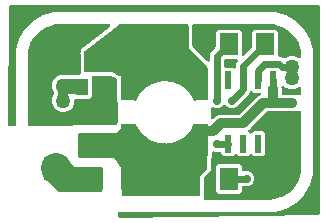
<source format=gtl>
G04 EAGLE Gerber RS-274X export*
G75*
%MOMM*%
%FSLAX34Y34*%
%LPD*%
%INTop Copper*%
%IPPOS*%
%AMOC8*
5,1,8,0,0,1.08239X$1,22.5*%
G01*
%ADD10C,0.040638*%
%ADD11R,1.270000X1.270000*%
%ADD12R,1.000000X1.400000*%
%ADD13C,2.540000*%
%ADD14R,1.600000X1.900000*%
%ADD15R,0.550000X1.500000*%
%ADD16R,1.600000X0.900000*%
%ADD17R,0.800000X0.800000*%
%ADD18C,0.855600*%
%ADD19C,0.304800*%
%ADD20R,0.855600X0.855600*%
%ADD21R,0.955600X0.955600*%
%ADD22C,0.812800*%
%ADD23C,0.609600*%
%ADD24C,1.270000*%
%ADD25C,1.270000*%
%ADD26C,0.705600*%

G36*
X250844Y-7619D02*
X250844Y-7619D01*
X250953Y-7604D01*
X251062Y-7597D01*
X251110Y-7582D01*
X251159Y-7575D01*
X251260Y-7533D01*
X251364Y-7499D01*
X251407Y-7472D01*
X251453Y-7453D01*
X251541Y-7387D01*
X251633Y-7329D01*
X251667Y-7292D01*
X251707Y-7262D01*
X251776Y-7177D01*
X251851Y-7097D01*
X251875Y-7053D01*
X251907Y-7014D01*
X251952Y-6914D01*
X252005Y-6819D01*
X252017Y-6770D01*
X252038Y-6725D01*
X252057Y-6617D01*
X252084Y-6511D01*
X252089Y-6433D01*
X252093Y-6411D01*
X252091Y-6394D01*
X252094Y-6350D01*
X252094Y168275D01*
X252079Y168393D01*
X252072Y168512D01*
X252059Y168550D01*
X252054Y168591D01*
X252011Y168701D01*
X251974Y168814D01*
X251952Y168849D01*
X251937Y168886D01*
X251868Y168982D01*
X251804Y169083D01*
X251774Y169111D01*
X251751Y169144D01*
X251659Y169220D01*
X251572Y169301D01*
X251537Y169321D01*
X251506Y169346D01*
X251398Y169397D01*
X251294Y169455D01*
X251254Y169465D01*
X251218Y169482D01*
X251101Y169504D01*
X250986Y169534D01*
X250926Y169538D01*
X250906Y169542D01*
X250885Y169540D01*
X250825Y169544D01*
X-10117Y169544D01*
X-10231Y169530D01*
X-10346Y169523D01*
X-10388Y169510D01*
X-10432Y169504D01*
X-10539Y169462D01*
X-10649Y169427D01*
X-10687Y169404D01*
X-10728Y169387D01*
X-10821Y169320D01*
X-10919Y169259D01*
X-10949Y169227D01*
X-10985Y169201D01*
X-11059Y169112D01*
X-11138Y169029D01*
X-11160Y168990D01*
X-11188Y168956D01*
X-11237Y168852D01*
X-11293Y168751D01*
X-11305Y168708D01*
X-11324Y168668D01*
X-11345Y168555D01*
X-11375Y168444D01*
X-11380Y168376D01*
X-11384Y168356D01*
X-11382Y168336D01*
X-11386Y168283D01*
X-12027Y68527D01*
X-12011Y68401D01*
X-12002Y68273D01*
X-11992Y68243D01*
X-11989Y68212D01*
X-11942Y68093D01*
X-11902Y67971D01*
X-11885Y67945D01*
X-11874Y67915D01*
X-11799Y67811D01*
X-11730Y67704D01*
X-11707Y67682D01*
X-11688Y67657D01*
X-11591Y67575D01*
X-11497Y67488D01*
X-11469Y67473D01*
X-11445Y67452D01*
X-11330Y67397D01*
X-11217Y67336D01*
X-11186Y67329D01*
X-11158Y67315D01*
X-11033Y67290D01*
X-10909Y67259D01*
X-10863Y67257D01*
X-10846Y67253D01*
X-10824Y67254D01*
X-10748Y67250D01*
X-6341Y67282D01*
X-6227Y67297D01*
X-6113Y67304D01*
X-6070Y67318D01*
X-6026Y67324D01*
X-5919Y67367D01*
X-5811Y67403D01*
X-5772Y67427D01*
X-5731Y67444D01*
X-5639Y67511D01*
X-5542Y67573D01*
X-5511Y67606D01*
X-5475Y67632D01*
X-5402Y67721D01*
X-5324Y67804D01*
X-5302Y67844D01*
X-5274Y67879D01*
X-5226Y67983D01*
X-5170Y68083D01*
X-5159Y68126D01*
X-5140Y68167D01*
X-5120Y68280D01*
X-5091Y68391D01*
X-5087Y68459D01*
X-5083Y68480D01*
X-5084Y68499D01*
X-5081Y68551D01*
X-5081Y131849D01*
X-2571Y141216D01*
X2278Y149615D01*
X9135Y156472D01*
X17534Y161321D01*
X26901Y163831D01*
X214399Y163831D01*
X223766Y161321D01*
X232165Y156472D01*
X239022Y149615D01*
X243871Y141216D01*
X246381Y131849D01*
X246381Y26901D01*
X243871Y17534D01*
X239022Y9135D01*
X232165Y2278D01*
X223766Y-2571D01*
X214399Y-5081D01*
X82482Y-5081D01*
X82348Y-5098D01*
X82212Y-5110D01*
X82190Y-5118D01*
X82167Y-5121D01*
X82041Y-5171D01*
X81912Y-5216D01*
X81893Y-5229D01*
X81871Y-5238D01*
X81761Y-5317D01*
X81648Y-5393D01*
X81633Y-5411D01*
X81614Y-5424D01*
X81527Y-5529D01*
X81437Y-5630D01*
X81426Y-5651D01*
X81411Y-5669D01*
X81353Y-5792D01*
X81291Y-5913D01*
X81285Y-5936D01*
X81275Y-5957D01*
X81250Y-6090D01*
X81219Y-6223D01*
X81218Y-6256D01*
X81216Y-6269D01*
X81216Y-6271D01*
X81217Y-6291D01*
X81213Y-6384D01*
X81281Y-8924D01*
X81298Y-9035D01*
X81307Y-9146D01*
X81322Y-9191D01*
X81329Y-9238D01*
X81373Y-9341D01*
X81409Y-9447D01*
X81436Y-9487D01*
X81454Y-9531D01*
X81522Y-9619D01*
X81584Y-9713D01*
X81619Y-9745D01*
X81648Y-9783D01*
X81736Y-9852D01*
X81818Y-9927D01*
X81861Y-9950D01*
X81898Y-9979D01*
X82001Y-10024D01*
X82099Y-10077D01*
X82146Y-10088D01*
X82189Y-10107D01*
X82300Y-10125D01*
X82408Y-10151D01*
X82482Y-10155D01*
X82503Y-10158D01*
X82522Y-10157D01*
X82569Y-10159D01*
X250844Y-7619D01*
G37*
G36*
X95749Y89258D02*
X95749Y89258D01*
X95848Y89272D01*
X95859Y89278D01*
X95871Y89280D01*
X95957Y89331D01*
X96045Y89379D01*
X96053Y89388D01*
X96064Y89395D01*
X96127Y89472D01*
X96193Y89548D01*
X96198Y89560D01*
X96205Y89569D01*
X96220Y89613D01*
X96265Y89721D01*
X97070Y92928D01*
X98369Y95912D01*
X100140Y98643D01*
X102336Y101046D01*
X104895Y103056D01*
X107750Y104620D01*
X110823Y105693D01*
X114030Y106248D01*
X117284Y106270D01*
X120550Y105749D01*
X120580Y105749D01*
X120728Y105746D01*
X123977Y106149D01*
X127199Y106041D01*
X130364Y105430D01*
X133395Y104331D01*
X136217Y102772D01*
X138760Y100790D01*
X140962Y98435D01*
X142768Y95765D01*
X144134Y92845D01*
X145041Y89699D01*
X145080Y89619D01*
X145114Y89537D01*
X145129Y89519D01*
X145140Y89498D01*
X145205Y89437D01*
X145265Y89371D01*
X145286Y89360D01*
X145303Y89344D01*
X145385Y89309D01*
X145465Y89268D01*
X145490Y89265D01*
X145510Y89257D01*
X145560Y89254D01*
X145650Y89241D01*
X157150Y89241D01*
X157215Y89252D01*
X157281Y89254D01*
X157324Y89272D01*
X157371Y89280D01*
X157428Y89314D01*
X157488Y89339D01*
X157523Y89370D01*
X157564Y89395D01*
X157606Y89446D01*
X157654Y89490D01*
X157676Y89532D01*
X157705Y89569D01*
X157726Y89631D01*
X157757Y89690D01*
X157765Y89744D01*
X157777Y89781D01*
X157776Y89821D01*
X157784Y89875D01*
X157784Y115875D01*
X157773Y115940D01*
X157771Y116006D01*
X157753Y116049D01*
X157745Y116096D01*
X157711Y116153D01*
X157686Y116213D01*
X157655Y116248D01*
X157630Y116289D01*
X157579Y116331D01*
X157535Y116379D01*
X157493Y116401D01*
X157456Y116430D01*
X157394Y116451D01*
X157335Y116482D01*
X157281Y116490D01*
X157244Y116502D01*
X157204Y116501D01*
X157150Y116509D01*
X156844Y116509D01*
X156844Y117475D01*
X156832Y117573D01*
X156829Y117672D01*
X156823Y117693D01*
X156822Y117708D01*
X156810Y117744D01*
X156804Y117791D01*
X156768Y117883D01*
X156740Y117978D01*
X156727Y118000D01*
X156724Y118011D01*
X156706Y118039D01*
X156687Y118086D01*
X156629Y118166D01*
X156579Y118252D01*
X156513Y118327D01*
X156501Y118344D01*
X156491Y118351D01*
X156473Y118373D01*
X140969Y133876D01*
X140969Y152400D01*
X140954Y152518D01*
X140947Y152637D01*
X140934Y152675D01*
X140929Y152716D01*
X140886Y152826D01*
X140849Y152939D01*
X140827Y152974D01*
X140812Y153011D01*
X140743Y153107D01*
X140679Y153208D01*
X140649Y153236D01*
X140626Y153269D01*
X140534Y153345D01*
X140447Y153426D01*
X140412Y153446D01*
X140381Y153471D01*
X140273Y153522D01*
X140169Y153580D01*
X140129Y153590D01*
X140093Y153607D01*
X139976Y153629D01*
X139861Y153659D01*
X139801Y153663D01*
X139781Y153667D01*
X139760Y153665D01*
X139700Y153669D01*
X82550Y153669D01*
X82530Y153667D01*
X82510Y153669D01*
X82372Y153647D01*
X82234Y153629D01*
X82216Y153622D01*
X82196Y153619D01*
X82068Y153563D01*
X81939Y153512D01*
X81922Y153501D01*
X81904Y153492D01*
X81771Y153402D01*
X53196Y131177D01*
X53183Y131164D01*
X53167Y131154D01*
X53070Y131051D01*
X52971Y130952D01*
X52962Y130936D01*
X52949Y130922D01*
X52911Y130853D01*
X52904Y130844D01*
X52889Y130814D01*
X52881Y130799D01*
X52810Y130678D01*
X52804Y130660D01*
X52795Y130644D01*
X52779Y130580D01*
X52768Y130557D01*
X52756Y130491D01*
X52721Y130372D01*
X52721Y130354D01*
X52716Y130336D01*
X52711Y130259D01*
X52708Y130244D01*
X52709Y130230D01*
X52706Y130175D01*
X52706Y114300D01*
X52721Y114182D01*
X52728Y114063D01*
X52741Y114025D01*
X52746Y113984D01*
X52789Y113874D01*
X52826Y113761D01*
X52848Y113726D01*
X52863Y113689D01*
X52933Y113593D01*
X52996Y113492D01*
X53026Y113464D01*
X53049Y113431D01*
X53141Y113356D01*
X53228Y113274D01*
X53263Y113254D01*
X53294Y113229D01*
X53402Y113178D01*
X53506Y113120D01*
X53546Y113110D01*
X53582Y113093D01*
X53699Y113071D01*
X53814Y113041D01*
X53875Y113037D01*
X53895Y113033D01*
X53915Y113035D01*
X53975Y113031D01*
X75900Y113031D01*
X81982Y109990D01*
X82034Y109972D01*
X82081Y109945D01*
X82183Y109919D01*
X82282Y109884D01*
X82337Y109880D01*
X82389Y109866D01*
X82550Y109856D01*
X83516Y109856D01*
X83516Y89875D01*
X83527Y89810D01*
X83529Y89744D01*
X83547Y89701D01*
X83555Y89654D01*
X83589Y89597D01*
X83614Y89537D01*
X83645Y89502D01*
X83670Y89461D01*
X83721Y89420D01*
X83765Y89371D01*
X83807Y89349D01*
X83844Y89320D01*
X83906Y89299D01*
X83965Y89268D01*
X84019Y89260D01*
X84056Y89248D01*
X84096Y89249D01*
X84150Y89241D01*
X95650Y89241D01*
X95749Y89258D01*
G37*
G36*
X149343Y8271D02*
X149343Y8271D01*
X149462Y8278D01*
X149500Y8291D01*
X149541Y8296D01*
X149651Y8339D01*
X149764Y8376D01*
X149799Y8398D01*
X149836Y8413D01*
X149932Y8483D01*
X150033Y8546D01*
X150061Y8576D01*
X150094Y8599D01*
X150170Y8691D01*
X150251Y8778D01*
X150271Y8813D01*
X150296Y8844D01*
X150347Y8952D01*
X150405Y9056D01*
X150415Y9096D01*
X150432Y9132D01*
X150454Y9249D01*
X150484Y9364D01*
X150488Y9425D01*
X150492Y9445D01*
X150490Y9465D01*
X150494Y9525D01*
X150494Y24874D01*
X156473Y30853D01*
X156533Y30931D01*
X156601Y31003D01*
X156630Y31056D01*
X156667Y31104D01*
X156707Y31195D01*
X156755Y31281D01*
X156770Y31340D01*
X156794Y31396D01*
X156809Y31494D01*
X156834Y31589D01*
X156840Y31689D01*
X156844Y31710D01*
X156842Y31722D01*
X156844Y31750D01*
X156844Y42241D01*
X157150Y42241D01*
X157215Y42252D01*
X157281Y42254D01*
X157324Y42272D01*
X157371Y42280D01*
X157428Y42314D01*
X157488Y42339D01*
X157523Y42370D01*
X157564Y42395D01*
X157606Y42446D01*
X157654Y42490D01*
X157676Y42532D01*
X157705Y42569D01*
X157726Y42631D01*
X157757Y42690D01*
X157765Y42744D01*
X157777Y42781D01*
X157776Y42821D01*
X157784Y42875D01*
X157784Y68875D01*
X157773Y68940D01*
X157771Y69006D01*
X157753Y69049D01*
X157745Y69096D01*
X157711Y69153D01*
X157686Y69213D01*
X157655Y69248D01*
X157630Y69289D01*
X157579Y69331D01*
X157535Y69379D01*
X157493Y69401D01*
X157456Y69430D01*
X157394Y69451D01*
X157335Y69482D01*
X157281Y69490D01*
X157244Y69502D01*
X157204Y69501D01*
X157150Y69509D01*
X145650Y69509D01*
X145551Y69492D01*
X145452Y69478D01*
X145441Y69472D01*
X145429Y69470D01*
X145343Y69419D01*
X145255Y69371D01*
X145247Y69362D01*
X145236Y69355D01*
X145173Y69278D01*
X145107Y69202D01*
X145102Y69190D01*
X145095Y69181D01*
X145080Y69137D01*
X145035Y69029D01*
X144230Y65822D01*
X142931Y62838D01*
X141160Y60107D01*
X138964Y57704D01*
X136405Y55694D01*
X133550Y54130D01*
X130477Y53057D01*
X127270Y52502D01*
X124016Y52480D01*
X120750Y53001D01*
X120721Y53001D01*
X120572Y53004D01*
X117323Y52601D01*
X114101Y52709D01*
X110936Y53320D01*
X107905Y54419D01*
X105083Y55978D01*
X102540Y57960D01*
X100338Y60315D01*
X98532Y62985D01*
X97166Y65905D01*
X96259Y69051D01*
X96220Y69131D01*
X96186Y69213D01*
X96171Y69231D01*
X96160Y69252D01*
X96095Y69313D01*
X96035Y69379D01*
X96014Y69390D01*
X95997Y69406D01*
X95915Y69441D01*
X95835Y69482D01*
X95810Y69485D01*
X95791Y69494D01*
X95740Y69496D01*
X95650Y69509D01*
X84150Y69509D01*
X84085Y69498D01*
X84019Y69496D01*
X83976Y69478D01*
X83929Y69470D01*
X83872Y69436D01*
X83812Y69411D01*
X83777Y69380D01*
X83736Y69355D01*
X83695Y69304D01*
X83646Y69260D01*
X83624Y69218D01*
X83595Y69181D01*
X83574Y69119D01*
X83543Y69060D01*
X83535Y69006D01*
X83523Y68969D01*
X83524Y68929D01*
X83516Y68875D01*
X83516Y65845D01*
X80328Y61594D01*
X48895Y61594D01*
X48777Y61579D01*
X48658Y61572D01*
X48620Y61559D01*
X48579Y61554D01*
X48469Y61511D01*
X48356Y61474D01*
X48321Y61452D01*
X48284Y61437D01*
X48188Y61368D01*
X48087Y61304D01*
X48059Y61274D01*
X48026Y61251D01*
X47951Y61159D01*
X47869Y61072D01*
X47849Y61037D01*
X47824Y61006D01*
X47773Y60898D01*
X47715Y60794D01*
X47705Y60754D01*
X47688Y60718D01*
X47666Y60601D01*
X47636Y60486D01*
X47632Y60426D01*
X47628Y60406D01*
X47630Y60385D01*
X47629Y60381D01*
X47628Y60376D01*
X47629Y60370D01*
X47626Y60325D01*
X47626Y41910D01*
X47641Y41792D01*
X47648Y41673D01*
X47661Y41635D01*
X47666Y41594D01*
X47709Y41484D01*
X47746Y41371D01*
X47768Y41336D01*
X47783Y41299D01*
X47853Y41203D01*
X47916Y41102D01*
X47946Y41074D01*
X47969Y41041D01*
X48061Y40966D01*
X48148Y40884D01*
X48183Y40864D01*
X48214Y40839D01*
X48322Y40788D01*
X48426Y40730D01*
X48466Y40720D01*
X48502Y40703D01*
X48619Y40681D01*
X48734Y40651D01*
X48795Y40647D01*
X48815Y40643D01*
X48835Y40645D01*
X48895Y40641D01*
X77470Y40641D01*
X84456Y31327D01*
X84456Y9525D01*
X84471Y9407D01*
X84478Y9288D01*
X84491Y9250D01*
X84496Y9209D01*
X84539Y9099D01*
X84576Y8986D01*
X84598Y8951D01*
X84613Y8914D01*
X84683Y8818D01*
X84746Y8717D01*
X84776Y8689D01*
X84799Y8656D01*
X84891Y8581D01*
X84978Y8499D01*
X85013Y8479D01*
X85044Y8454D01*
X85152Y8403D01*
X85256Y8345D01*
X85296Y8335D01*
X85332Y8318D01*
X85449Y8296D01*
X85564Y8266D01*
X85625Y8262D01*
X85645Y8258D01*
X85665Y8260D01*
X85725Y8256D01*
X149225Y8256D01*
X149343Y8271D01*
G37*
G36*
X79206Y67906D02*
X79206Y67906D01*
X79320Y67922D01*
X79434Y67929D01*
X79477Y67943D01*
X79521Y67948D01*
X79628Y67991D01*
X79736Y68027D01*
X79774Y68051D01*
X79816Y68068D01*
X79909Y68136D01*
X80005Y68197D01*
X80036Y68230D01*
X80072Y68256D01*
X80145Y68345D01*
X80223Y68428D01*
X80245Y68468D01*
X80273Y68503D01*
X80321Y68607D01*
X80377Y68707D01*
X80388Y68751D01*
X80407Y68792D01*
X80427Y68904D01*
X80456Y69015D01*
X80460Y69083D01*
X80464Y69104D01*
X80463Y69123D01*
X80466Y69176D01*
X80466Y70401D01*
X80908Y70842D01*
X80968Y70920D01*
X81036Y70992D01*
X81065Y71045D01*
X81102Y71093D01*
X81142Y71184D01*
X81190Y71271D01*
X81205Y71330D01*
X81229Y71385D01*
X81244Y71483D01*
X81269Y71579D01*
X81275Y71679D01*
X81279Y71699D01*
X81277Y71712D01*
X81279Y71740D01*
X81279Y87010D01*
X81267Y87109D01*
X81264Y87208D01*
X81247Y87266D01*
X81239Y87326D01*
X81203Y87418D01*
X81175Y87513D01*
X81145Y87565D01*
X81122Y87622D01*
X81064Y87702D01*
X81014Y87787D01*
X80948Y87862D01*
X80936Y87879D01*
X80926Y87887D01*
X80907Y87908D01*
X80466Y88349D01*
X80466Y106554D01*
X80448Y106696D01*
X80434Y106839D01*
X80428Y106854D01*
X80426Y106869D01*
X80374Y107003D01*
X80324Y107138D01*
X80315Y107151D01*
X80309Y107165D01*
X80225Y107281D01*
X80144Y107399D01*
X80132Y107410D01*
X80123Y107423D01*
X80012Y107514D01*
X79904Y107608D01*
X79885Y107619D01*
X79878Y107625D01*
X79861Y107633D01*
X79765Y107689D01*
X75448Y109847D01*
X75397Y109865D01*
X75349Y109892D01*
X75248Y109918D01*
X75148Y109953D01*
X75094Y109957D01*
X75042Y109971D01*
X74881Y109981D01*
X60143Y109981D01*
X60025Y109966D01*
X59906Y109959D01*
X59868Y109946D01*
X59827Y109941D01*
X59717Y109898D01*
X59604Y109861D01*
X59569Y109839D01*
X59532Y109824D01*
X59436Y109755D01*
X59335Y109691D01*
X59307Y109661D01*
X59274Y109638D01*
X59198Y109546D01*
X59117Y109459D01*
X59097Y109424D01*
X59072Y109393D01*
X59021Y109285D01*
X58963Y109181D01*
X58953Y109141D01*
X58936Y109105D01*
X58914Y108988D01*
X58884Y108873D01*
X58880Y108813D01*
X58876Y108793D01*
X58878Y108772D01*
X58874Y108712D01*
X58874Y91862D01*
X57088Y90076D01*
X45593Y90076D01*
X45475Y90061D01*
X45356Y90054D01*
X45318Y90041D01*
X45277Y90036D01*
X45167Y89993D01*
X45054Y89956D01*
X45019Y89934D01*
X44982Y89919D01*
X44886Y89850D01*
X44785Y89786D01*
X44757Y89756D01*
X44724Y89733D01*
X44648Y89641D01*
X44567Y89554D01*
X44547Y89519D01*
X44522Y89488D01*
X44471Y89380D01*
X44413Y89276D01*
X44403Y89236D01*
X44386Y89200D01*
X44364Y89083D01*
X44334Y88968D01*
X44330Y88908D01*
X44326Y88888D01*
X44328Y88867D01*
X44324Y88807D01*
X44324Y87030D01*
X42893Y83576D01*
X40249Y80932D01*
X36795Y79501D01*
X33055Y79501D01*
X29601Y80932D01*
X26957Y83576D01*
X25526Y87030D01*
X25526Y90770D01*
X26957Y94224D01*
X27086Y94352D01*
X27159Y94447D01*
X27237Y94536D01*
X27256Y94572D01*
X27281Y94604D01*
X27328Y94713D01*
X27382Y94819D01*
X27391Y94858D01*
X27407Y94896D01*
X27426Y95013D01*
X27452Y95129D01*
X27450Y95170D01*
X27457Y95210D01*
X27446Y95328D01*
X27442Y95447D01*
X27431Y95486D01*
X27427Y95526D01*
X27387Y95638D01*
X27354Y95753D01*
X27333Y95787D01*
X27319Y95826D01*
X27253Y95924D01*
X27192Y96027D01*
X27152Y96072D01*
X27141Y96089D01*
X27126Y96102D01*
X27086Y96147D01*
X26957Y96276D01*
X25526Y99730D01*
X25526Y103470D01*
X26957Y106924D01*
X29601Y109568D01*
X33055Y110999D01*
X48387Y110999D01*
X48505Y111014D01*
X48624Y111021D01*
X48662Y111034D01*
X48703Y111039D01*
X48813Y111082D01*
X48926Y111119D01*
X48961Y111141D01*
X48998Y111156D01*
X49094Y111225D01*
X49195Y111289D01*
X49223Y111319D01*
X49256Y111342D01*
X49332Y111434D01*
X49413Y111521D01*
X49433Y111556D01*
X49458Y111587D01*
X49509Y111695D01*
X49567Y111799D01*
X49577Y111839D01*
X49594Y111875D01*
X49616Y111992D01*
X49646Y112107D01*
X49650Y112167D01*
X49654Y112187D01*
X49652Y112208D01*
X49656Y112268D01*
X49656Y128258D01*
X49654Y128278D01*
X49656Y128298D01*
X49634Y128435D01*
X49616Y128573D01*
X49609Y128592D01*
X49606Y128612D01*
X49551Y128740D01*
X49499Y128869D01*
X49488Y128885D01*
X49479Y128904D01*
X49466Y128923D01*
X49646Y130365D01*
X49646Y130369D01*
X49656Y130523D01*
X49656Y131988D01*
X49675Y132014D01*
X49760Y132124D01*
X49768Y132143D01*
X49780Y132159D01*
X49831Y132288D01*
X49887Y132416D01*
X49890Y132436D01*
X49897Y132455D01*
X49902Y132478D01*
X51049Y133370D01*
X51051Y133373D01*
X51167Y133475D01*
X52203Y134511D01*
X52236Y134516D01*
X52373Y134534D01*
X52392Y134541D01*
X52412Y134544D01*
X52540Y134600D01*
X52669Y134651D01*
X52685Y134662D01*
X52704Y134671D01*
X52837Y134761D01*
X74227Y151398D01*
X74269Y151440D01*
X74317Y151474D01*
X74381Y151552D01*
X74452Y151623D01*
X74482Y151674D01*
X74520Y151719D01*
X74562Y151810D01*
X74614Y151897D01*
X74630Y151954D01*
X74655Y152007D01*
X74674Y152106D01*
X74702Y152203D01*
X74704Y152262D01*
X74715Y152320D01*
X74709Y152420D01*
X74712Y152521D01*
X74699Y152578D01*
X74695Y152637D01*
X74664Y152733D01*
X74642Y152831D01*
X74615Y152883D01*
X74597Y152939D01*
X74543Y153025D01*
X74498Y153114D01*
X74459Y153158D01*
X74427Y153208D01*
X74354Y153277D01*
X74287Y153353D01*
X74238Y153386D01*
X74195Y153426D01*
X74107Y153475D01*
X74024Y153531D01*
X73968Y153551D01*
X73917Y153580D01*
X73820Y153605D01*
X73725Y153639D01*
X73666Y153644D01*
X73609Y153659D01*
X73448Y153669D01*
X31750Y153669D01*
X31729Y153667D01*
X31667Y153667D01*
X28352Y153449D01*
X28308Y153441D01*
X28264Y153440D01*
X28106Y153409D01*
X21701Y151693D01*
X21622Y151660D01*
X21539Y151637D01*
X21417Y151576D01*
X21407Y151572D01*
X21403Y151570D01*
X21395Y151566D01*
X15653Y148250D01*
X15585Y148199D01*
X15511Y148155D01*
X15408Y148064D01*
X15400Y148058D01*
X15397Y148055D01*
X15390Y148049D01*
X10701Y143360D01*
X10649Y143292D01*
X10589Y143231D01*
X10513Y143117D01*
X10506Y143109D01*
X10505Y143105D01*
X10500Y143097D01*
X7184Y137355D01*
X7151Y137276D01*
X7109Y137201D01*
X7065Y137072D01*
X7061Y137062D01*
X7060Y137057D01*
X7057Y137049D01*
X5341Y130644D01*
X5335Y130600D01*
X5321Y130558D01*
X5301Y130398D01*
X5161Y128270D01*
X5161Y128269D01*
X5083Y127083D01*
X5085Y127062D01*
X5081Y127000D01*
X5081Y68644D01*
X5096Y68521D01*
X5105Y68398D01*
X5116Y68364D01*
X5121Y68329D01*
X5166Y68214D01*
X5205Y68096D01*
X5224Y68066D01*
X5238Y68033D01*
X5310Y67933D01*
X5377Y67829D01*
X5403Y67804D01*
X5424Y67776D01*
X5520Y67697D01*
X5610Y67613D01*
X5642Y67596D01*
X5669Y67573D01*
X5781Y67520D01*
X5890Y67461D01*
X5925Y67452D01*
X5957Y67437D01*
X6078Y67414D01*
X6198Y67384D01*
X6251Y67381D01*
X6269Y67377D01*
X6291Y67379D01*
X6359Y67375D01*
X79206Y67906D01*
G37*
G36*
X209571Y5083D02*
X209571Y5083D01*
X209633Y5083D01*
X212948Y5301D01*
X212992Y5309D01*
X213036Y5310D01*
X213194Y5341D01*
X219599Y7057D01*
X219678Y7090D01*
X219761Y7113D01*
X219883Y7174D01*
X219893Y7178D01*
X219897Y7180D01*
X219905Y7184D01*
X225647Y10500D01*
X225715Y10551D01*
X225789Y10595D01*
X225892Y10686D01*
X225900Y10692D01*
X225903Y10695D01*
X225910Y10701D01*
X230599Y15390D01*
X230651Y15458D01*
X230711Y15519D01*
X230787Y15633D01*
X230794Y15641D01*
X230795Y15645D01*
X230800Y15653D01*
X234116Y21395D01*
X234149Y21474D01*
X234191Y21549D01*
X234235Y21678D01*
X234239Y21688D01*
X234240Y21693D01*
X234243Y21701D01*
X235959Y28106D01*
X235965Y28150D01*
X235979Y28192D01*
X235999Y28352D01*
X236049Y29107D01*
X236217Y31667D01*
X236215Y31688D01*
X236219Y31750D01*
X236219Y79118D01*
X236202Y79256D01*
X236189Y79395D01*
X236182Y79414D01*
X236179Y79434D01*
X236128Y79564D01*
X236081Y79694D01*
X236070Y79711D01*
X236062Y79730D01*
X235981Y79842D01*
X235903Y79957D01*
X235887Y79971D01*
X235876Y79987D01*
X235768Y80076D01*
X235664Y80168D01*
X235646Y80177D01*
X235631Y80190D01*
X235505Y80249D01*
X235381Y80312D01*
X235361Y80317D01*
X235343Y80325D01*
X235207Y80351D01*
X235071Y80382D01*
X235050Y80381D01*
X235031Y80385D01*
X234892Y80377D01*
X234753Y80372D01*
X234733Y80367D01*
X234713Y80365D01*
X234581Y80323D01*
X234447Y80284D01*
X234430Y80274D01*
X234411Y80267D01*
X234293Y80193D01*
X234173Y80122D01*
X234152Y80104D01*
X234142Y80097D01*
X234128Y80082D01*
X234052Y80016D01*
X233863Y79826D01*
X230422Y79826D01*
X230413Y79825D01*
X230403Y79826D01*
X230254Y79805D01*
X230106Y79786D01*
X230098Y79783D01*
X230088Y79782D01*
X230032Y79762D01*
X207822Y79762D01*
X207724Y79750D01*
X207625Y79747D01*
X207566Y79730D01*
X207506Y79722D01*
X207414Y79686D01*
X207319Y79658D01*
X207267Y79628D01*
X207211Y79605D01*
X207131Y79547D01*
X207045Y79497D01*
X206970Y79431D01*
X206953Y79419D01*
X206946Y79409D01*
X206924Y79391D01*
X193533Y65999D01*
X191795Y64261D01*
X191722Y64167D01*
X191643Y64078D01*
X191625Y64042D01*
X191600Y64010D01*
X191553Y63901D01*
X191499Y63795D01*
X191490Y63755D01*
X191474Y63718D01*
X191455Y63600D01*
X191429Y63484D01*
X191430Y63444D01*
X191424Y63404D01*
X191435Y63285D01*
X191439Y63167D01*
X191450Y63128D01*
X191454Y63087D01*
X191494Y62975D01*
X191527Y62861D01*
X191548Y62826D01*
X191561Y62788D01*
X191628Y62690D01*
X191689Y62587D01*
X191729Y62542D01*
X191740Y62525D01*
X191755Y62512D01*
X191795Y62466D01*
X192777Y61484D01*
X192872Y61411D01*
X192961Y61332D01*
X192997Y61314D01*
X193029Y61289D01*
X193138Y61242D01*
X193244Y61188D01*
X193283Y61179D01*
X193321Y61163D01*
X193438Y61144D01*
X193554Y61118D01*
X193595Y61119D01*
X193635Y61113D01*
X193753Y61124D01*
X193872Y61128D01*
X193911Y61139D01*
X193951Y61143D01*
X194064Y61183D01*
X194178Y61216D01*
X194212Y61237D01*
X194251Y61250D01*
X194349Y61317D01*
X194452Y61378D01*
X194497Y61418D01*
X194514Y61429D01*
X194527Y61444D01*
X194572Y61484D01*
X196012Y62924D01*
X204038Y62924D01*
X205824Y61138D01*
X205824Y43612D01*
X204038Y41826D01*
X196012Y41826D01*
X194572Y43266D01*
X194478Y43339D01*
X194389Y43418D01*
X194353Y43436D01*
X194321Y43461D01*
X194212Y43508D01*
X194106Y43562D01*
X194067Y43571D01*
X194029Y43587D01*
X193912Y43606D01*
X193796Y43632D01*
X193755Y43631D01*
X193715Y43637D01*
X193597Y43626D01*
X193478Y43622D01*
X193439Y43611D01*
X193399Y43607D01*
X193287Y43567D01*
X193172Y43534D01*
X193137Y43513D01*
X193099Y43500D01*
X193001Y43433D01*
X192898Y43372D01*
X192853Y43333D01*
X192836Y43321D01*
X192823Y43306D01*
X192777Y43266D01*
X191338Y41826D01*
X183312Y41826D01*
X181872Y43266D01*
X181778Y43339D01*
X181689Y43418D01*
X181653Y43436D01*
X181621Y43461D01*
X181512Y43508D01*
X181406Y43562D01*
X181367Y43571D01*
X181329Y43587D01*
X181212Y43606D01*
X181096Y43632D01*
X181055Y43631D01*
X181015Y43637D01*
X180897Y43626D01*
X180778Y43622D01*
X180739Y43611D01*
X180699Y43607D01*
X180587Y43567D01*
X180472Y43534D01*
X180437Y43513D01*
X180399Y43500D01*
X180301Y43433D01*
X180198Y43372D01*
X180153Y43333D01*
X180136Y43321D01*
X180123Y43306D01*
X180077Y43266D01*
X178638Y41826D01*
X170612Y41826D01*
X168826Y43612D01*
X168826Y44595D01*
X168820Y44645D01*
X168822Y44694D01*
X168800Y44802D01*
X168786Y44911D01*
X168768Y44957D01*
X168758Y45006D01*
X168710Y45105D01*
X168669Y45207D01*
X168640Y45247D01*
X168618Y45291D01*
X168547Y45375D01*
X168483Y45464D01*
X168444Y45496D01*
X168412Y45533D01*
X168322Y45597D01*
X168238Y45667D01*
X168193Y45688D01*
X168152Y45716D01*
X168049Y45755D01*
X167950Y45802D01*
X167901Y45812D01*
X167855Y45829D01*
X167745Y45841D01*
X167638Y45862D01*
X167588Y45859D01*
X167539Y45864D01*
X167430Y45849D01*
X167320Y45842D01*
X167273Y45827D01*
X167224Y45820D01*
X167071Y45768D01*
X166408Y45493D01*
X163792Y45493D01*
X162589Y45992D01*
X162541Y46005D01*
X162496Y46026D01*
X162388Y46047D01*
X162282Y46076D01*
X162232Y46076D01*
X162183Y46086D01*
X162074Y46079D01*
X161964Y46081D01*
X161916Y46069D01*
X161866Y46066D01*
X161762Y46032D01*
X161655Y46006D01*
X161611Y45983D01*
X161564Y45968D01*
X161471Y45909D01*
X161374Y45858D01*
X161337Y45824D01*
X161295Y45798D01*
X161220Y45718D01*
X161138Y45644D01*
X161111Y45602D01*
X161077Y45566D01*
X161024Y45470D01*
X160964Y45378D01*
X160947Y45331D01*
X160923Y45288D01*
X160896Y45181D01*
X160860Y45077D01*
X160856Y45028D01*
X160844Y44980D01*
X160834Y44819D01*
X160834Y41349D01*
X160265Y40781D01*
X160205Y40703D01*
X160137Y40631D01*
X160108Y40578D01*
X160071Y40530D01*
X160031Y40439D01*
X159983Y40352D01*
X159968Y40293D01*
X159944Y40238D01*
X159929Y40140D01*
X159904Y40044D01*
X159898Y39944D01*
X159894Y39924D01*
X159896Y39911D01*
X159894Y39883D01*
X159894Y29961D01*
X154248Y24316D01*
X154188Y24238D01*
X154120Y24165D01*
X154091Y24112D01*
X154054Y24065D01*
X154014Y23974D01*
X153966Y23887D01*
X153951Y23828D01*
X153927Y23773D01*
X153912Y23675D01*
X153887Y23579D01*
X153881Y23479D01*
X153877Y23459D01*
X153879Y23446D01*
X153877Y23418D01*
X153877Y6350D01*
X153892Y6232D01*
X153899Y6113D01*
X153912Y6075D01*
X153917Y6034D01*
X153960Y5924D01*
X153997Y5811D01*
X154019Y5776D01*
X154034Y5739D01*
X154103Y5643D01*
X154167Y5542D01*
X154197Y5514D01*
X154220Y5481D01*
X154312Y5405D01*
X154399Y5324D01*
X154434Y5304D01*
X154465Y5279D01*
X154573Y5228D01*
X154677Y5170D01*
X154717Y5160D01*
X154753Y5143D01*
X154870Y5121D01*
X154985Y5091D01*
X155045Y5087D01*
X155065Y5083D01*
X155086Y5085D01*
X155146Y5081D01*
X209550Y5081D01*
X209571Y5083D01*
G37*
G36*
X157833Y121963D02*
X157833Y121963D01*
X157971Y121972D01*
X157990Y121978D01*
X158010Y121980D01*
X158142Y122027D01*
X158273Y122070D01*
X158291Y122080D01*
X158310Y122087D01*
X158425Y122165D01*
X158542Y122240D01*
X158556Y122255D01*
X158573Y122266D01*
X158665Y122370D01*
X158760Y122471D01*
X158770Y122489D01*
X158783Y122504D01*
X158847Y122628D01*
X158914Y122750D01*
X158919Y122770D01*
X158928Y122788D01*
X158958Y122923D01*
X158993Y123058D01*
X158995Y123086D01*
X158998Y123098D01*
X158997Y123118D01*
X159003Y123219D01*
X159003Y127838D01*
X159931Y130079D01*
X163580Y133727D01*
X163640Y133805D01*
X163708Y133877D01*
X163737Y133930D01*
X163774Y133978D01*
X163814Y134069D01*
X163862Y134155D01*
X163877Y134214D01*
X163901Y134270D01*
X163916Y134368D01*
X163941Y134463D01*
X163947Y134563D01*
X163951Y134584D01*
X163949Y134596D01*
X163951Y134624D01*
X163951Y147288D01*
X165737Y149074D01*
X184263Y149074D01*
X186049Y147288D01*
X186049Y128260D01*
X186066Y128122D01*
X186079Y127984D01*
X186086Y127965D01*
X186089Y127945D01*
X186140Y127815D01*
X186187Y127684D01*
X186198Y127668D01*
X186206Y127649D01*
X186287Y127536D01*
X186365Y127421D01*
X186381Y127408D01*
X186392Y127391D01*
X186500Y127303D01*
X186604Y127211D01*
X186622Y127202D01*
X186637Y127189D01*
X186763Y127129D01*
X186887Y127066D01*
X186907Y127062D01*
X186925Y127053D01*
X187061Y127027D01*
X187197Y126997D01*
X187218Y126997D01*
X187237Y126993D01*
X187376Y127002D01*
X187515Y127006D01*
X187535Y127012D01*
X187555Y127013D01*
X187687Y127056D01*
X187821Y127095D01*
X187838Y127105D01*
X187857Y127111D01*
X187975Y127186D01*
X188095Y127256D01*
X188116Y127275D01*
X188126Y127281D01*
X188140Y127296D01*
X188215Y127363D01*
X194580Y133727D01*
X194640Y133805D01*
X194708Y133877D01*
X194737Y133930D01*
X194774Y133978D01*
X194814Y134069D01*
X194862Y134155D01*
X194877Y134214D01*
X194901Y134270D01*
X194916Y134368D01*
X194941Y134463D01*
X194947Y134563D01*
X194951Y134584D01*
X194949Y134596D01*
X194951Y134624D01*
X194951Y147288D01*
X196737Y149074D01*
X215263Y149074D01*
X217049Y147288D01*
X217049Y127337D01*
X217064Y127219D01*
X217071Y127100D01*
X217084Y127062D01*
X217089Y127021D01*
X217132Y126911D01*
X217169Y126798D01*
X217191Y126763D01*
X217206Y126726D01*
X217275Y126630D01*
X217339Y126529D01*
X217369Y126501D01*
X217392Y126468D01*
X217484Y126392D01*
X217571Y126311D01*
X217606Y126291D01*
X217637Y126266D01*
X217745Y126215D01*
X217849Y126157D01*
X217889Y126147D01*
X217925Y126130D01*
X218042Y126108D01*
X218157Y126078D01*
X218217Y126074D01*
X218237Y126070D01*
X218258Y126072D01*
X218318Y126068D01*
X219213Y126068D01*
X221539Y125104D01*
X221567Y125083D01*
X221676Y125035D01*
X221782Y124981D01*
X221821Y124972D01*
X221858Y124956D01*
X221976Y124938D01*
X222093Y124911D01*
X222133Y124913D01*
X222172Y124906D01*
X222291Y124918D01*
X222410Y124921D01*
X222449Y124932D01*
X222489Y124936D01*
X222601Y124976D01*
X222716Y125010D01*
X222751Y125030D01*
X222788Y125044D01*
X222887Y125110D01*
X222990Y125171D01*
X223035Y125211D01*
X223052Y125222D01*
X223065Y125237D01*
X223111Y125277D01*
X223276Y125443D01*
X226730Y126874D01*
X230470Y126874D01*
X233924Y125443D01*
X234052Y125314D01*
X234162Y125229D01*
X234269Y125140D01*
X234288Y125132D01*
X234304Y125119D01*
X234432Y125064D01*
X234557Y125005D01*
X234577Y125001D01*
X234596Y124993D01*
X234733Y124971D01*
X234870Y124945D01*
X234890Y124946D01*
X234910Y124943D01*
X235048Y124956D01*
X235187Y124965D01*
X235206Y124971D01*
X235226Y124973D01*
X235357Y125020D01*
X235489Y125063D01*
X235507Y125074D01*
X235526Y125081D01*
X235641Y125159D01*
X235758Y125233D01*
X235772Y125248D01*
X235789Y125259D01*
X235881Y125363D01*
X235976Y125465D01*
X235986Y125482D01*
X235999Y125498D01*
X236062Y125621D01*
X236130Y125743D01*
X236135Y125763D01*
X236144Y125781D01*
X236174Y125916D01*
X236209Y126051D01*
X236211Y126079D01*
X236214Y126091D01*
X236213Y126112D01*
X236219Y126212D01*
X236219Y127000D01*
X236217Y127021D01*
X236217Y127083D01*
X235999Y130398D01*
X235991Y130442D01*
X235990Y130486D01*
X235959Y130644D01*
X234243Y137049D01*
X234210Y137128D01*
X234187Y137211D01*
X234126Y137333D01*
X234122Y137343D01*
X234120Y137347D01*
X234116Y137355D01*
X230800Y143097D01*
X230749Y143165D01*
X230705Y143239D01*
X230614Y143342D01*
X230608Y143350D01*
X230605Y143353D01*
X230599Y143360D01*
X225910Y148049D01*
X225842Y148101D01*
X225781Y148161D01*
X225667Y148237D01*
X225659Y148244D01*
X225655Y148245D01*
X225647Y148250D01*
X219905Y151566D01*
X219826Y151599D01*
X219751Y151641D01*
X219622Y151685D01*
X219612Y151689D01*
X219607Y151690D01*
X219599Y151693D01*
X213194Y153409D01*
X213150Y153415D01*
X213108Y153429D01*
X212948Y153449D01*
X209633Y153667D01*
X209612Y153665D01*
X209550Y153669D01*
X145288Y153669D01*
X145170Y153654D01*
X145051Y153647D01*
X145013Y153634D01*
X144972Y153629D01*
X144862Y153586D01*
X144749Y153549D01*
X144714Y153527D01*
X144677Y153512D01*
X144581Y153443D01*
X144480Y153379D01*
X144452Y153349D01*
X144419Y153326D01*
X144343Y153234D01*
X144262Y153147D01*
X144242Y153112D01*
X144217Y153081D01*
X144166Y152973D01*
X144108Y152869D01*
X144098Y152829D01*
X144081Y152793D01*
X144059Y152676D01*
X144029Y152561D01*
X144025Y152501D01*
X144021Y152481D01*
X144023Y152460D01*
X144019Y152400D01*
X144019Y135665D01*
X144031Y135566D01*
X144034Y135467D01*
X144051Y135409D01*
X144059Y135349D01*
X144095Y135257D01*
X144123Y135162D01*
X144153Y135110D01*
X144176Y135053D01*
X144234Y134973D01*
X144284Y134888D01*
X144350Y134813D01*
X144362Y134796D01*
X144372Y134788D01*
X144390Y134767D01*
X156837Y122321D01*
X156946Y122236D01*
X157053Y122147D01*
X157072Y122139D01*
X157088Y122126D01*
X157216Y122071D01*
X157341Y122012D01*
X157361Y122008D01*
X157380Y122000D01*
X157518Y121978D01*
X157654Y121952D01*
X157674Y121953D01*
X157694Y121950D01*
X157833Y121963D01*
G37*
G36*
X66793Y11446D02*
X66793Y11446D01*
X66912Y11453D01*
X66950Y11466D01*
X66991Y11471D01*
X67101Y11514D01*
X67214Y11551D01*
X67249Y11573D01*
X67286Y11588D01*
X67382Y11658D01*
X67483Y11721D01*
X67511Y11751D01*
X67544Y11774D01*
X67620Y11866D01*
X67701Y11953D01*
X67721Y11988D01*
X67746Y12019D01*
X67797Y12127D01*
X67855Y12231D01*
X67865Y12271D01*
X67882Y12307D01*
X67904Y12424D01*
X67934Y12539D01*
X67938Y12600D01*
X67942Y12620D01*
X67940Y12640D01*
X67944Y12700D01*
X67944Y31750D01*
X67929Y31868D01*
X67922Y31987D01*
X67909Y32025D01*
X67904Y32066D01*
X67861Y32176D01*
X67824Y32289D01*
X67802Y32324D01*
X67787Y32361D01*
X67718Y32457D01*
X67654Y32558D01*
X67624Y32586D01*
X67601Y32619D01*
X67509Y32695D01*
X67422Y32776D01*
X67387Y32796D01*
X67356Y32821D01*
X67248Y32872D01*
X67144Y32930D01*
X67104Y32940D01*
X67068Y32957D01*
X66951Y32979D01*
X66836Y33009D01*
X66776Y33013D01*
X66756Y33017D01*
X66735Y33015D01*
X66675Y33019D01*
X44976Y33019D01*
X38998Y38998D01*
X38919Y39058D01*
X38847Y39126D01*
X38794Y39155D01*
X38746Y39192D01*
X38655Y39232D01*
X38569Y39280D01*
X38510Y39295D01*
X38454Y39319D01*
X38356Y39334D01*
X38261Y39359D01*
X38161Y39365D01*
X38140Y39369D01*
X38128Y39367D01*
X38100Y39369D01*
X22225Y39369D01*
X22107Y39354D01*
X21988Y39347D01*
X21950Y39334D01*
X21909Y39329D01*
X21799Y39286D01*
X21686Y39249D01*
X21651Y39227D01*
X21614Y39212D01*
X21518Y39143D01*
X21417Y39079D01*
X21389Y39049D01*
X21356Y39026D01*
X21281Y38934D01*
X21199Y38847D01*
X21179Y38812D01*
X21154Y38781D01*
X21103Y38673D01*
X21045Y38569D01*
X21035Y38529D01*
X21018Y38493D01*
X20996Y38376D01*
X20966Y38261D01*
X20962Y38201D01*
X20958Y38181D01*
X20959Y38169D01*
X20958Y38166D01*
X20959Y38153D01*
X20956Y38100D01*
X20956Y22225D01*
X20968Y22127D01*
X20971Y22028D01*
X20988Y21970D01*
X20996Y21909D01*
X21032Y21817D01*
X21060Y21722D01*
X21090Y21670D01*
X21113Y21614D01*
X21171Y21534D01*
X21221Y21448D01*
X21287Y21373D01*
X21299Y21356D01*
X21309Y21349D01*
X21328Y21328D01*
X30853Y11803D01*
X30931Y11742D01*
X31003Y11674D01*
X31056Y11645D01*
X31104Y11608D01*
X31195Y11568D01*
X31281Y11520D01*
X31340Y11505D01*
X31396Y11481D01*
X31494Y11466D01*
X31589Y11441D01*
X31689Y11435D01*
X31710Y11431D01*
X31722Y11433D01*
X31750Y11431D01*
X66675Y11431D01*
X66793Y11446D01*
G37*
%LPC*%
G36*
X165737Y10311D02*
X165737Y10311D01*
X163951Y12097D01*
X163951Y33623D01*
X165737Y35409D01*
X184263Y35409D01*
X186049Y33623D01*
X186049Y30226D01*
X186064Y30108D01*
X186071Y29989D01*
X186084Y29951D01*
X186089Y29910D01*
X186132Y29800D01*
X186169Y29687D01*
X186191Y29652D01*
X186206Y29615D01*
X186275Y29519D01*
X186339Y29418D01*
X186369Y29390D01*
X186392Y29357D01*
X186484Y29281D01*
X186571Y29200D01*
X186606Y29180D01*
X186637Y29155D01*
X186745Y29104D01*
X186849Y29046D01*
X186889Y29036D01*
X186925Y29019D01*
X187042Y28997D01*
X187157Y28967D01*
X187217Y28963D01*
X187237Y28959D01*
X187258Y28961D01*
X187318Y28957D01*
X187435Y28957D01*
X187444Y28958D01*
X187453Y28957D01*
X187602Y28978D01*
X187750Y28997D01*
X187759Y29000D01*
X187768Y29001D01*
X187920Y29053D01*
X188846Y29437D01*
X191462Y29437D01*
X193879Y28436D01*
X195730Y26585D01*
X196731Y24168D01*
X196731Y21552D01*
X195730Y19135D01*
X193879Y17284D01*
X191462Y16283D01*
X188846Y16283D01*
X187920Y16667D01*
X187911Y16669D01*
X187903Y16674D01*
X187758Y16711D01*
X187613Y16751D01*
X187604Y16751D01*
X187595Y16753D01*
X187435Y16763D01*
X187318Y16763D01*
X187200Y16748D01*
X187081Y16741D01*
X187043Y16728D01*
X187002Y16723D01*
X186892Y16680D01*
X186779Y16643D01*
X186744Y16621D01*
X186707Y16606D01*
X186611Y16537D01*
X186510Y16473D01*
X186482Y16443D01*
X186449Y16420D01*
X186373Y16328D01*
X186292Y16241D01*
X186272Y16206D01*
X186247Y16175D01*
X186196Y16067D01*
X186138Y15963D01*
X186128Y15923D01*
X186111Y15887D01*
X186089Y15770D01*
X186059Y15655D01*
X186055Y15595D01*
X186051Y15575D01*
X186053Y15554D01*
X186049Y15494D01*
X186049Y12097D01*
X184263Y10311D01*
X165737Y10311D01*
G37*
%LPD*%
G36*
X161348Y73461D02*
X161348Y73461D01*
X161487Y73465D01*
X161507Y73471D01*
X161527Y73472D01*
X161659Y73515D01*
X161793Y73553D01*
X161810Y73564D01*
X161829Y73570D01*
X161947Y73645D01*
X162067Y73715D01*
X162088Y73734D01*
X162098Y73740D01*
X162112Y73755D01*
X162187Y73821D01*
X164246Y75880D01*
X166860Y76963D01*
X183853Y76963D01*
X183951Y76975D01*
X184050Y76978D01*
X184109Y76995D01*
X184169Y77003D01*
X184261Y77039D01*
X184356Y77067D01*
X184408Y77097D01*
X184464Y77120D01*
X184544Y77178D01*
X184630Y77228D01*
X184705Y77294D01*
X184722Y77306D01*
X184729Y77316D01*
X184751Y77334D01*
X200321Y92905D01*
X201479Y93384D01*
X201539Y93419D01*
X201604Y93445D01*
X201677Y93497D01*
X201755Y93542D01*
X201805Y93590D01*
X201861Y93631D01*
X201919Y93701D01*
X201983Y93763D01*
X202020Y93823D01*
X202064Y93876D01*
X202103Y93958D01*
X202150Y94034D01*
X202170Y94101D01*
X202200Y94164D01*
X202217Y94252D01*
X202243Y94338D01*
X202246Y94408D01*
X202260Y94477D01*
X202254Y94566D01*
X202258Y94656D01*
X202244Y94724D01*
X202240Y94794D01*
X202212Y94879D01*
X202194Y94967D01*
X202163Y95030D01*
X202142Y95096D01*
X202094Y95172D01*
X202054Y95253D01*
X202009Y95306D01*
X201972Y95365D01*
X201906Y95427D01*
X201848Y95495D01*
X201791Y95535D01*
X201740Y95583D01*
X201661Y95626D01*
X201588Y95678D01*
X201523Y95703D01*
X201462Y95737D01*
X201375Y95759D01*
X201291Y95791D01*
X201221Y95799D01*
X201154Y95816D01*
X200993Y95826D01*
X196012Y95826D01*
X195118Y96721D01*
X195079Y96751D01*
X195045Y96788D01*
X194953Y96848D01*
X194866Y96916D01*
X194821Y96935D01*
X194779Y96963D01*
X194675Y96998D01*
X194575Y97042D01*
X194525Y97050D01*
X194479Y97066D01*
X194369Y97075D01*
X194260Y97092D01*
X194211Y97087D01*
X194161Y97091D01*
X194053Y97072D01*
X193944Y97062D01*
X193897Y97045D01*
X193848Y97037D01*
X193748Y96992D01*
X193645Y96954D01*
X193603Y96927D01*
X193558Y96906D01*
X193472Y96838D01*
X193381Y96776D01*
X193349Y96739D01*
X193310Y96708D01*
X193244Y96620D01*
X193171Y96537D01*
X193148Y96493D01*
X193118Y96454D01*
X193048Y96309D01*
X192494Y94971D01*
X184034Y86512D01*
X184028Y86505D01*
X184021Y86499D01*
X183931Y86379D01*
X183839Y86261D01*
X183835Y86252D01*
X183830Y86245D01*
X183759Y86100D01*
X183375Y85175D01*
X181525Y83324D01*
X179108Y82323D01*
X176492Y82323D01*
X174075Y83324D01*
X172348Y85052D01*
X172253Y85125D01*
X172164Y85203D01*
X172128Y85222D01*
X172096Y85247D01*
X171987Y85294D01*
X171881Y85348D01*
X171842Y85357D01*
X171804Y85373D01*
X171687Y85392D01*
X171571Y85418D01*
X171530Y85416D01*
X171490Y85423D01*
X171372Y85412D01*
X171253Y85408D01*
X171214Y85397D01*
X171174Y85393D01*
X171061Y85353D01*
X170947Y85320D01*
X170913Y85299D01*
X170874Y85285D01*
X170776Y85218D01*
X170673Y85158D01*
X170628Y85118D01*
X170611Y85107D01*
X170598Y85091D01*
X170553Y85052D01*
X168825Y83324D01*
X166408Y82323D01*
X163792Y82323D01*
X161776Y83158D01*
X161728Y83171D01*
X161683Y83193D01*
X161575Y83213D01*
X161469Y83242D01*
X161419Y83243D01*
X161370Y83252D01*
X161261Y83246D01*
X161151Y83247D01*
X161103Y83236D01*
X161053Y83233D01*
X160949Y83199D01*
X160842Y83173D01*
X160798Y83150D01*
X160751Y83135D01*
X160658Y83076D01*
X160561Y83024D01*
X160524Y82991D01*
X160482Y82964D01*
X160407Y82884D01*
X160325Y82811D01*
X160298Y82769D01*
X160264Y82733D01*
X160211Y82637D01*
X160151Y82545D01*
X160134Y82498D01*
X160110Y82454D01*
X160083Y82348D01*
X160047Y82244D01*
X160043Y82194D01*
X160031Y82146D01*
X160021Y81986D01*
X160021Y74719D01*
X160038Y74581D01*
X160051Y74442D01*
X160058Y74423D01*
X160061Y74403D01*
X160112Y74274D01*
X160159Y74143D01*
X160170Y74126D01*
X160178Y74108D01*
X160259Y73995D01*
X160337Y73880D01*
X160353Y73867D01*
X160364Y73850D01*
X160472Y73761D01*
X160576Y73670D01*
X160594Y73660D01*
X160609Y73647D01*
X160735Y73588D01*
X160859Y73525D01*
X160879Y73521D01*
X160897Y73512D01*
X161033Y73486D01*
X161169Y73455D01*
X161190Y73456D01*
X161209Y73452D01*
X161348Y73461D01*
G37*
G36*
X235049Y93376D02*
X235049Y93376D01*
X235187Y93385D01*
X235206Y93391D01*
X235226Y93393D01*
X235357Y93440D01*
X235489Y93483D01*
X235507Y93493D01*
X235526Y93500D01*
X235640Y93578D01*
X235758Y93653D01*
X235772Y93668D01*
X235789Y93679D01*
X235881Y93783D01*
X235976Y93884D01*
X235986Y93902D01*
X235999Y93917D01*
X236062Y94041D01*
X236130Y94163D01*
X236135Y94182D01*
X236144Y94201D01*
X236174Y94337D01*
X236209Y94471D01*
X236211Y94499D01*
X236214Y94511D01*
X236213Y94531D01*
X236219Y94632D01*
X236219Y99213D01*
X236202Y99351D01*
X236189Y99490D01*
X236182Y99509D01*
X236179Y99529D01*
X236128Y99658D01*
X236081Y99789D01*
X236070Y99806D01*
X236062Y99824D01*
X235981Y99937D01*
X235903Y100052D01*
X235887Y100065D01*
X235876Y100082D01*
X235768Y100171D01*
X235664Y100263D01*
X235646Y100272D01*
X235631Y100285D01*
X235505Y100344D01*
X235381Y100407D01*
X235361Y100412D01*
X235343Y100420D01*
X235207Y100446D01*
X235071Y100477D01*
X235050Y100476D01*
X235031Y100480D01*
X234892Y100471D01*
X234753Y100467D01*
X234733Y100461D01*
X234713Y100460D01*
X234581Y100417D01*
X234447Y100379D01*
X234430Y100368D01*
X234411Y100362D01*
X234293Y100288D01*
X234173Y100217D01*
X234152Y100199D01*
X234142Y100192D01*
X234128Y100177D01*
X234052Y100111D01*
X233924Y99982D01*
X230470Y98551D01*
X226730Y98551D01*
X223276Y99982D01*
X221818Y101440D01*
X221763Y101483D01*
X221714Y101533D01*
X221638Y101580D01*
X221567Y101635D01*
X221502Y101663D01*
X221443Y101700D01*
X221357Y101726D01*
X221275Y101762D01*
X221206Y101773D01*
X221139Y101793D01*
X221050Y101797D01*
X220961Y101812D01*
X220891Y101805D01*
X220821Y101808D01*
X220734Y101790D01*
X220644Y101782D01*
X220578Y101758D01*
X220510Y101744D01*
X220429Y101705D01*
X220345Y101674D01*
X220287Y101635D01*
X220224Y101604D01*
X220156Y101546D01*
X220082Y101496D01*
X220035Y101443D01*
X219982Y101398D01*
X219931Y101325D01*
X219871Y101257D01*
X219839Y101195D01*
X219799Y101138D01*
X219767Y101054D01*
X219726Y100974D01*
X219711Y100906D01*
X219686Y100840D01*
X219676Y100751D01*
X219657Y100664D01*
X219659Y100594D01*
X219651Y100524D01*
X219664Y100435D01*
X219666Y100346D01*
X219686Y100279D01*
X219696Y100209D01*
X219748Y100057D01*
X219838Y99840D01*
X219838Y95257D01*
X219853Y95139D01*
X219860Y95020D01*
X219873Y94982D01*
X219878Y94941D01*
X219921Y94831D01*
X219958Y94718D01*
X219980Y94683D01*
X219995Y94646D01*
X220064Y94550D01*
X220128Y94449D01*
X220158Y94421D01*
X220181Y94388D01*
X220273Y94312D01*
X220360Y94231D01*
X220395Y94211D01*
X220426Y94186D01*
X220534Y94135D01*
X220638Y94077D01*
X220678Y94067D01*
X220714Y94050D01*
X220831Y94028D01*
X220946Y93998D01*
X221006Y93994D01*
X221026Y93990D01*
X221047Y93992D01*
X221107Y93988D01*
X230053Y93988D01*
X230098Y93976D01*
X230243Y93936D01*
X230252Y93936D01*
X230261Y93934D01*
X230422Y93924D01*
X233863Y93924D01*
X234052Y93734D01*
X234162Y93649D01*
X234269Y93560D01*
X234288Y93552D01*
X234304Y93539D01*
X234432Y93484D01*
X234557Y93425D01*
X234577Y93421D01*
X234596Y93413D01*
X234734Y93391D01*
X234870Y93365D01*
X234890Y93366D01*
X234910Y93363D01*
X235049Y93376D01*
G37*
G36*
X180058Y116142D02*
X180058Y116142D01*
X180196Y116151D01*
X180215Y116157D01*
X180235Y116159D01*
X180366Y116206D01*
X180498Y116249D01*
X180516Y116259D01*
X180535Y116266D01*
X180649Y116344D01*
X180767Y116419D01*
X180781Y116434D01*
X180798Y116445D01*
X180890Y116549D01*
X180985Y116650D01*
X180995Y116668D01*
X181008Y116683D01*
X181071Y116807D01*
X181139Y116929D01*
X181144Y116948D01*
X181153Y116967D01*
X181183Y117102D01*
X181218Y117237D01*
X181220Y117265D01*
X181223Y117277D01*
X181222Y117297D01*
X181228Y117398D01*
X181228Y119063D01*
X182156Y121303D01*
X182662Y121809D01*
X182748Y121919D01*
X182836Y122026D01*
X182845Y122045D01*
X182857Y122061D01*
X182913Y122189D01*
X182972Y122314D01*
X182976Y122334D01*
X182984Y122353D01*
X183006Y122491D01*
X183032Y122627D01*
X183030Y122647D01*
X183034Y122667D01*
X183020Y122806D01*
X183012Y122944D01*
X183006Y122963D01*
X183004Y122983D01*
X182957Y123114D01*
X182914Y123246D01*
X182903Y123264D01*
X182896Y123283D01*
X182818Y123397D01*
X182744Y123515D01*
X182729Y123529D01*
X182718Y123546D01*
X182614Y123638D01*
X182512Y123733D01*
X182494Y123743D01*
X182479Y123756D01*
X182355Y123819D01*
X182234Y123887D01*
X182214Y123892D01*
X182196Y123901D01*
X182060Y123931D01*
X181926Y123966D01*
X181898Y123968D01*
X181886Y123971D01*
X181865Y123970D01*
X181765Y123976D01*
X172466Y123976D01*
X172348Y123961D01*
X172229Y123954D01*
X172191Y123941D01*
X172150Y123936D01*
X172040Y123893D01*
X171927Y123856D01*
X171892Y123834D01*
X171855Y123819D01*
X171759Y123750D01*
X171658Y123686D01*
X171630Y123656D01*
X171597Y123633D01*
X171521Y123541D01*
X171440Y123454D01*
X171420Y123419D01*
X171395Y123388D01*
X171344Y123280D01*
X171286Y123176D01*
X171276Y123136D01*
X171259Y123100D01*
X171237Y122983D01*
X171207Y122868D01*
X171203Y122808D01*
X171199Y122788D01*
X171201Y122767D01*
X171197Y122707D01*
X171197Y118193D01*
X171212Y118075D01*
X171219Y117956D01*
X171232Y117918D01*
X171237Y117877D01*
X171280Y117767D01*
X171317Y117654D01*
X171339Y117619D01*
X171354Y117582D01*
X171423Y117486D01*
X171487Y117385D01*
X171517Y117357D01*
X171540Y117324D01*
X171632Y117248D01*
X171719Y117167D01*
X171754Y117147D01*
X171785Y117122D01*
X171893Y117071D01*
X171997Y117013D01*
X172037Y117003D01*
X172073Y116986D01*
X172190Y116964D01*
X172305Y116934D01*
X172365Y116930D01*
X172385Y116926D01*
X172406Y116928D01*
X172466Y116924D01*
X178638Y116924D01*
X179062Y116500D01*
X179171Y116415D01*
X179278Y116326D01*
X179297Y116318D01*
X179313Y116305D01*
X179441Y116250D01*
X179566Y116191D01*
X179586Y116187D01*
X179605Y116179D01*
X179743Y116157D01*
X179879Y116131D01*
X179899Y116132D01*
X179919Y116129D01*
X180058Y116142D01*
G37*
D10*
X92444Y67580D02*
X95816Y68998D01*
X96083Y68394D01*
X96366Y67797D01*
X96663Y67208D01*
X96974Y66626D01*
X97300Y66051D01*
X97639Y65485D01*
X97992Y64927D01*
X98359Y64378D01*
X98738Y63838D01*
X99131Y63307D01*
X99537Y62786D01*
X99955Y62275D01*
X100386Y61775D01*
X100829Y61285D01*
X101283Y60806D01*
X101749Y60339D01*
X102227Y59882D01*
X102715Y59438D01*
X103214Y59006D01*
X103723Y58586D01*
X104243Y58178D01*
X104772Y57783D01*
X105311Y57402D01*
X105859Y57033D01*
X106415Y56678D01*
X106981Y56337D01*
X107554Y56010D01*
X108135Y55697D01*
X108724Y55398D01*
X109320Y55113D01*
X109922Y54843D01*
X110531Y54588D01*
X111146Y54348D01*
X111767Y54122D01*
X112393Y53912D01*
X113023Y53718D01*
X113659Y53539D01*
X114298Y53375D01*
X114942Y53227D01*
X115589Y53095D01*
X116239Y52978D01*
X116891Y52878D01*
X117546Y52793D01*
X118203Y52724D01*
X118861Y52672D01*
X119520Y52635D01*
X120180Y52615D01*
X120840Y52610D01*
X121500Y52622D01*
X122160Y52650D01*
X122819Y52694D01*
X123476Y52754D01*
X124132Y52830D01*
X124786Y52922D01*
X125437Y53030D01*
X126086Y53154D01*
X126731Y53293D01*
X127373Y53448D01*
X128010Y53619D01*
X128644Y53806D01*
X129272Y54007D01*
X129896Y54224D01*
X130514Y54456D01*
X131126Y54704D01*
X131732Y54966D01*
X132332Y55242D01*
X132924Y55534D01*
X133510Y55839D01*
X134087Y56159D01*
X134657Y56493D01*
X135218Y56840D01*
X135771Y57201D01*
X136315Y57576D01*
X136849Y57964D01*
X137374Y58364D01*
X137889Y58778D01*
X138393Y59203D01*
X138887Y59641D01*
X139371Y60091D01*
X139843Y60553D01*
X140304Y61025D01*
X140753Y61509D01*
X141190Y62004D01*
X141615Y62509D01*
X142027Y63025D01*
X142427Y63550D01*
X142814Y64085D01*
X143188Y64629D01*
X143548Y65183D01*
X143895Y65745D01*
X144228Y66315D01*
X144547Y66893D01*
X144852Y67478D01*
X145142Y68071D01*
X145418Y68671D01*
X145679Y69278D01*
X149066Y67898D01*
X149067Y67897D01*
X148771Y67208D01*
X148458Y66527D01*
X148129Y65853D01*
X147783Y65187D01*
X147421Y64530D01*
X147043Y63882D01*
X146650Y63244D01*
X146241Y62615D01*
X145817Y61996D01*
X145378Y61388D01*
X144924Y60791D01*
X144456Y60205D01*
X143974Y59631D01*
X143477Y59068D01*
X142967Y58518D01*
X142444Y57981D01*
X141908Y57456D01*
X141359Y56945D01*
X140798Y56447D01*
X140225Y55963D01*
X139641Y55493D01*
X139045Y55038D01*
X138438Y54597D01*
X137820Y54172D01*
X137193Y53761D01*
X136555Y53366D01*
X135908Y52986D01*
X135252Y52623D01*
X134588Y52276D01*
X133915Y51944D01*
X133234Y51630D01*
X132545Y51332D01*
X131850Y51051D01*
X131148Y50787D01*
X130440Y50540D01*
X129725Y50311D01*
X129006Y50099D01*
X128282Y49905D01*
X127553Y49729D01*
X126820Y49570D01*
X126083Y49429D01*
X125343Y49307D01*
X124600Y49202D01*
X123855Y49116D01*
X123108Y49047D01*
X122360Y48998D01*
X121611Y48966D01*
X120861Y48952D01*
X120111Y48957D01*
X119361Y48981D01*
X118612Y49022D01*
X117864Y49082D01*
X117118Y49160D01*
X116375Y49256D01*
X115633Y49371D01*
X114895Y49503D01*
X114160Y49653D01*
X113429Y49822D01*
X112703Y50008D01*
X111981Y50211D01*
X111264Y50433D01*
X110553Y50671D01*
X109848Y50927D01*
X109150Y51201D01*
X108458Y51491D01*
X107774Y51798D01*
X107097Y52121D01*
X106429Y52461D01*
X105769Y52817D01*
X105117Y53189D01*
X104475Y53577D01*
X103843Y53981D01*
X103221Y54399D01*
X102609Y54833D01*
X102008Y55282D01*
X101418Y55745D01*
X100840Y56223D01*
X100273Y56714D01*
X99719Y57219D01*
X99177Y57738D01*
X98648Y58269D01*
X98132Y58814D01*
X97629Y59370D01*
X97140Y59939D01*
X96666Y60520D01*
X96205Y61112D01*
X95759Y61715D01*
X95328Y62329D01*
X94912Y62953D01*
X94512Y63587D01*
X94127Y64231D01*
X93758Y64884D01*
X93405Y65545D01*
X93068Y66215D01*
X92747Y66894D01*
X92444Y67579D01*
X92798Y67729D01*
X93098Y67051D01*
X93415Y66382D01*
X93748Y65720D01*
X94096Y65067D01*
X94461Y64422D01*
X94841Y63787D01*
X95236Y63161D01*
X95647Y62544D01*
X96073Y61938D01*
X96513Y61343D01*
X96968Y60758D01*
X97437Y60185D01*
X97919Y59623D01*
X98416Y59074D01*
X98925Y58536D01*
X99448Y58011D01*
X99983Y57499D01*
X100530Y57001D01*
X101090Y56516D01*
X101661Y56044D01*
X102243Y55587D01*
X102837Y55144D01*
X103441Y54715D01*
X104055Y54302D01*
X104680Y53904D01*
X105313Y53521D01*
X105956Y53153D01*
X106608Y52802D01*
X107268Y52466D01*
X107937Y52147D01*
X108612Y51844D01*
X109295Y51557D01*
X109985Y51287D01*
X110681Y51035D01*
X111383Y50799D01*
X112091Y50580D01*
X112803Y50379D01*
X113521Y50196D01*
X114243Y50029D01*
X114968Y49881D01*
X115697Y49750D01*
X116429Y49637D01*
X117163Y49542D01*
X117900Y49465D01*
X118638Y49406D01*
X119378Y49365D01*
X120118Y49342D01*
X120858Y49337D01*
X121599Y49351D01*
X122339Y49382D01*
X123078Y49431D01*
X123815Y49499D01*
X124551Y49584D01*
X125284Y49687D01*
X126015Y49808D01*
X126742Y49947D01*
X127466Y50104D01*
X128186Y50278D01*
X128901Y50470D01*
X129612Y50679D01*
X130317Y50905D01*
X131016Y51149D01*
X131709Y51409D01*
X132396Y51687D01*
X133076Y51981D01*
X133748Y52292D01*
X134412Y52618D01*
X135069Y52961D01*
X135717Y53320D01*
X136355Y53695D01*
X136985Y54085D01*
X137605Y54490D01*
X138214Y54911D01*
X138814Y55346D01*
X139402Y55796D01*
X139979Y56259D01*
X140545Y56737D01*
X141099Y57229D01*
X141641Y57734D01*
X142170Y58251D01*
X142687Y58782D01*
X143190Y59325D01*
X143681Y59881D01*
X144157Y60448D01*
X144619Y61026D01*
X145067Y61616D01*
X145501Y62216D01*
X145920Y62827D01*
X146324Y63448D01*
X146712Y64078D01*
X147085Y64718D01*
X147442Y65367D01*
X147784Y66024D01*
X148109Y66689D01*
X148418Y67362D01*
X148710Y68043D01*
X148353Y68188D01*
X148065Y67516D01*
X147760Y66852D01*
X147439Y66195D01*
X147102Y65546D01*
X146749Y64906D01*
X146381Y64274D01*
X145997Y63652D01*
X145598Y63039D01*
X145185Y62436D01*
X144757Y61843D01*
X144314Y61261D01*
X143858Y60690D01*
X143388Y60130D01*
X142904Y59582D01*
X142407Y59046D01*
X141897Y58522D01*
X141374Y58011D01*
X140839Y57512D01*
X140292Y57027D01*
X139734Y56556D01*
X139164Y56098D01*
X138583Y55654D01*
X137991Y55224D01*
X137389Y54809D01*
X136777Y54409D01*
X136156Y54024D01*
X135525Y53654D01*
X134885Y53300D01*
X134237Y52961D01*
X133581Y52639D01*
X132918Y52332D01*
X132247Y52042D01*
X131569Y51768D01*
X130884Y51511D01*
X130194Y51270D01*
X129498Y51047D01*
X128796Y50840D01*
X128090Y50651D01*
X127380Y50479D01*
X126665Y50324D01*
X125947Y50187D01*
X125226Y50068D01*
X124502Y49966D01*
X123775Y49882D01*
X123047Y49815D01*
X122318Y49766D01*
X121587Y49736D01*
X120856Y49722D01*
X120125Y49727D01*
X119394Y49750D01*
X118664Y49790D01*
X117936Y49849D01*
X117208Y49925D01*
X116483Y50019D01*
X115761Y50130D01*
X115041Y50259D01*
X114325Y50406D01*
X113612Y50570D01*
X112904Y50751D01*
X112200Y50950D01*
X111502Y51165D01*
X110809Y51398D01*
X110122Y51647D01*
X109441Y51914D01*
X108766Y52196D01*
X108099Y52495D01*
X107440Y52811D01*
X106788Y53142D01*
X106144Y53489D01*
X105510Y53852D01*
X104884Y54230D01*
X104267Y54623D01*
X103661Y55031D01*
X103064Y55454D01*
X102479Y55892D01*
X101903Y56343D01*
X101340Y56808D01*
X100787Y57287D01*
X100247Y57780D01*
X99718Y58285D01*
X99203Y58803D01*
X98699Y59334D01*
X98210Y59876D01*
X97733Y60431D01*
X97270Y60997D01*
X96821Y61574D01*
X96386Y62162D01*
X95966Y62760D01*
X95561Y63368D01*
X95170Y63986D01*
X94795Y64614D01*
X94435Y65250D01*
X94090Y65895D01*
X93762Y66548D01*
X93450Y67209D01*
X93153Y67878D01*
X93508Y68027D01*
X93801Y67367D01*
X94109Y66715D01*
X94433Y66070D01*
X94773Y65434D01*
X95129Y64805D01*
X95499Y64186D01*
X95885Y63576D01*
X96285Y62976D01*
X96700Y62385D01*
X97129Y61805D01*
X97572Y61235D01*
X98029Y60677D01*
X98500Y60130D01*
X98983Y59594D01*
X99480Y59070D01*
X99989Y58559D01*
X100511Y58060D01*
X101044Y57574D01*
X101589Y57101D01*
X102146Y56642D01*
X102714Y56196D01*
X103292Y55765D01*
X103881Y55347D01*
X104480Y54945D01*
X105088Y54556D01*
X105706Y54183D01*
X106332Y53825D01*
X106967Y53483D01*
X107611Y53156D01*
X108262Y52844D01*
X108920Y52549D01*
X109586Y52270D01*
X110258Y52007D01*
X110936Y51761D01*
X111621Y51531D01*
X112310Y51319D01*
X113005Y51123D01*
X113704Y50944D01*
X114407Y50782D01*
X115114Y50637D01*
X115824Y50510D01*
X116538Y50400D01*
X117253Y50307D01*
X117971Y50232D01*
X118691Y50175D01*
X119411Y50135D01*
X120132Y50112D01*
X120854Y50107D01*
X121576Y50120D01*
X122297Y50151D01*
X123017Y50199D01*
X123735Y50264D01*
X124452Y50348D01*
X125167Y50448D01*
X125879Y50566D01*
X126588Y50701D01*
X127293Y50854D01*
X127995Y51024D01*
X128692Y51211D01*
X129384Y51414D01*
X130071Y51635D01*
X130753Y51872D01*
X131428Y52126D01*
X132097Y52397D01*
X132760Y52683D01*
X133415Y52986D01*
X134062Y53304D01*
X134702Y53638D01*
X135333Y53988D01*
X135956Y54353D01*
X136569Y54733D01*
X137173Y55128D01*
X137767Y55538D01*
X138351Y55962D01*
X138925Y56400D01*
X139488Y56852D01*
X140039Y57317D01*
X140579Y57796D01*
X141107Y58288D01*
X141623Y58793D01*
X142126Y59310D01*
X142617Y59839D01*
X143095Y60380D01*
X143559Y60933D01*
X144009Y61496D01*
X144446Y62071D01*
X144869Y62656D01*
X145277Y63251D01*
X145671Y63856D01*
X146049Y64470D01*
X146413Y65094D01*
X146761Y65726D01*
X147094Y66366D01*
X147411Y67014D01*
X147712Y67670D01*
X147997Y68333D01*
X147640Y68479D01*
X147359Y67824D01*
X147062Y67177D01*
X146749Y66537D01*
X146421Y65905D01*
X146077Y65281D01*
X145718Y64666D01*
X145344Y64060D01*
X144956Y63463D01*
X144553Y62876D01*
X144136Y62298D01*
X143705Y61731D01*
X143260Y61175D01*
X142802Y60630D01*
X142330Y60096D01*
X141846Y59574D01*
X141349Y59063D01*
X140840Y58565D01*
X140319Y58080D01*
X139786Y57607D01*
X139242Y57148D01*
X138686Y56702D01*
X138120Y56270D01*
X137544Y55851D01*
X136958Y55447D01*
X136361Y55057D01*
X135756Y54682D01*
X135142Y54322D01*
X134519Y53977D01*
X133887Y53647D01*
X133248Y53333D01*
X132602Y53034D01*
X131948Y52751D01*
X131288Y52485D01*
X130621Y52234D01*
X129948Y52000D01*
X129270Y51782D01*
X128587Y51581D01*
X127899Y51397D01*
X127207Y51229D01*
X126511Y51079D01*
X125811Y50945D01*
X125108Y50829D01*
X124403Y50729D01*
X123696Y50647D01*
X122986Y50583D01*
X122276Y50535D01*
X121564Y50505D01*
X120852Y50492D01*
X120140Y50497D01*
X119428Y50519D01*
X118717Y50559D01*
X118007Y50615D01*
X117298Y50689D01*
X116592Y50781D01*
X115888Y50889D01*
X115187Y51015D01*
X114489Y51158D01*
X113795Y51318D01*
X113105Y51494D01*
X112420Y51688D01*
X111739Y51898D01*
X111064Y52124D01*
X110395Y52367D01*
X109731Y52627D01*
X109074Y52902D01*
X108425Y53193D01*
X107782Y53500D01*
X107147Y53823D01*
X106520Y54161D01*
X105902Y54515D01*
X105292Y54883D01*
X104692Y55266D01*
X104101Y55663D01*
X103520Y56075D01*
X102949Y56501D01*
X102389Y56941D01*
X101839Y57394D01*
X101301Y57861D01*
X100775Y58340D01*
X100260Y58833D01*
X99757Y59337D01*
X99267Y59854D01*
X98790Y60383D01*
X98325Y60923D01*
X97874Y61474D01*
X97437Y62036D01*
X97014Y62609D01*
X96604Y63191D01*
X96209Y63784D01*
X95828Y64386D01*
X95463Y64997D01*
X95112Y65617D01*
X94776Y66245D01*
X94456Y66881D01*
X94152Y67525D01*
X93863Y68176D01*
X94218Y68326D01*
X94503Y67683D01*
X94803Y67048D01*
X95119Y66420D01*
X95450Y65800D01*
X95797Y65189D01*
X96157Y64586D01*
X96533Y63992D01*
X96923Y63407D01*
X97327Y62832D01*
X97745Y62267D01*
X98177Y61712D01*
X98622Y61169D01*
X99080Y60636D01*
X99551Y60114D01*
X100035Y59604D01*
X100531Y59106D01*
X101039Y58621D01*
X101558Y58148D01*
X102089Y57687D01*
X102631Y57240D01*
X103184Y56806D01*
X103747Y56386D01*
X104321Y55979D01*
X104904Y55587D01*
X105496Y55209D01*
X106098Y54846D01*
X106708Y54497D01*
X107327Y54164D01*
X107953Y53845D01*
X108587Y53542D01*
X109229Y53255D01*
X109877Y52983D01*
X110531Y52727D01*
X111192Y52487D01*
X111858Y52264D01*
X112530Y52057D01*
X113206Y51866D01*
X113887Y51692D01*
X114572Y51534D01*
X115260Y51393D01*
X115952Y51269D01*
X116646Y51162D01*
X117343Y51072D01*
X118042Y50999D01*
X118743Y50943D01*
X119445Y50904D01*
X120147Y50882D01*
X120850Y50877D01*
X121552Y50890D01*
X122255Y50920D01*
X122956Y50966D01*
X123656Y51030D01*
X124354Y51111D01*
X125050Y51209D01*
X125743Y51324D01*
X126433Y51456D01*
X127120Y51604D01*
X127803Y51770D01*
X128482Y51952D01*
X129156Y52150D01*
X129825Y52365D01*
X130489Y52596D01*
X131147Y52843D01*
X131799Y53106D01*
X132444Y53385D01*
X133082Y53680D01*
X133712Y53990D01*
X134335Y54315D01*
X134950Y54656D01*
X135556Y55011D01*
X136154Y55381D01*
X136742Y55766D01*
X137320Y56165D01*
X137889Y56578D01*
X138448Y57004D01*
X138996Y57444D01*
X139533Y57898D01*
X140059Y58364D01*
X140573Y58843D01*
X141075Y59334D01*
X141566Y59838D01*
X142043Y60353D01*
X142509Y60880D01*
X142961Y61418D01*
X143400Y61967D01*
X143825Y62526D01*
X144237Y63096D01*
X144634Y63675D01*
X145018Y64264D01*
X145387Y64862D01*
X145741Y65469D01*
X146080Y66085D01*
X146404Y66708D01*
X146713Y67340D01*
X147006Y67978D01*
X147284Y68624D01*
X146927Y68769D01*
X146653Y68132D01*
X146364Y67502D01*
X146059Y66879D01*
X145739Y66264D01*
X145405Y65657D01*
X145055Y65058D01*
X144691Y64468D01*
X144313Y63887D01*
X143921Y63315D01*
X143515Y62753D01*
X143095Y62202D01*
X142662Y61660D01*
X142216Y61129D01*
X141757Y60610D01*
X141285Y60101D01*
X140801Y59605D01*
X140306Y59120D01*
X139798Y58648D01*
X139280Y58188D01*
X138750Y57740D01*
X138209Y57306D01*
X137658Y56886D01*
X137097Y56478D01*
X136526Y56085D01*
X135946Y55706D01*
X135356Y55340D01*
X134758Y54990D01*
X134152Y54654D01*
X133537Y54333D01*
X132915Y54027D01*
X132286Y53736D01*
X131649Y53461D01*
X131006Y53202D01*
X130357Y52958D01*
X129703Y52730D01*
X129042Y52518D01*
X128377Y52322D01*
X127708Y52143D01*
X127034Y51980D01*
X126356Y51833D01*
X125675Y51703D01*
X124991Y51590D01*
X124304Y51493D01*
X123616Y51413D01*
X122925Y51350D01*
X122234Y51304D01*
X121541Y51275D01*
X120848Y51262D01*
X120154Y51267D01*
X119461Y51288D01*
X118769Y51327D01*
X118078Y51382D01*
X117388Y51454D01*
X116701Y51543D01*
X116016Y51649D01*
X115333Y51771D01*
X114654Y51910D01*
X113978Y52066D01*
X113307Y52237D01*
X112639Y52426D01*
X111977Y52630D01*
X111320Y52851D01*
X110668Y53087D01*
X110022Y53340D01*
X109383Y53608D01*
X108750Y53891D01*
X108124Y54190D01*
X107506Y54504D01*
X106896Y54833D01*
X106294Y55177D01*
X105701Y55536D01*
X105116Y55908D01*
X104541Y56295D01*
X103975Y56696D01*
X103419Y57111D01*
X102874Y57539D01*
X102339Y57980D01*
X101815Y58434D01*
X101302Y58901D01*
X100801Y59380D01*
X100312Y59871D01*
X99835Y60374D01*
X99370Y60889D01*
X98918Y61414D01*
X98479Y61951D01*
X98053Y62498D01*
X97641Y63055D01*
X97242Y63623D01*
X96857Y64199D01*
X96487Y64785D01*
X96130Y65380D01*
X95789Y65984D01*
X95462Y66595D01*
X95151Y67214D01*
X94854Y67841D01*
X94573Y68475D01*
X94928Y68624D01*
X95205Y67999D01*
X95498Y67381D01*
X95805Y66770D01*
X96128Y66167D01*
X96464Y65572D01*
X96816Y64985D01*
X97181Y64407D01*
X97561Y63838D01*
X97954Y63279D01*
X98361Y62729D01*
X98781Y62190D01*
X99214Y61660D01*
X99660Y61142D01*
X100119Y60634D01*
X100589Y60138D01*
X101072Y59654D01*
X101566Y59181D01*
X102072Y58721D01*
X102589Y58273D01*
X103116Y57838D01*
X103655Y57416D01*
X104203Y57007D01*
X104761Y56611D01*
X105328Y56230D01*
X105905Y55862D01*
X106490Y55509D01*
X107084Y55169D01*
X107686Y54845D01*
X108296Y54535D01*
X108913Y54240D01*
X109537Y53961D01*
X110167Y53696D01*
X110804Y53447D01*
X111447Y53214D01*
X112096Y52996D01*
X112749Y52795D01*
X113407Y52609D01*
X114070Y52439D01*
X114736Y52286D01*
X115406Y52149D01*
X116079Y52028D01*
X116755Y51924D01*
X117433Y51837D01*
X118114Y51765D01*
X118795Y51711D01*
X119478Y51673D01*
X120162Y51652D01*
X120845Y51647D01*
X121529Y51660D01*
X122213Y51688D01*
X122895Y51734D01*
X123576Y51796D01*
X124255Y51875D01*
X124932Y51970D01*
X125607Y52082D01*
X126279Y52210D01*
X126947Y52355D01*
X127612Y52516D01*
X128273Y52693D01*
X128929Y52886D01*
X129580Y53095D01*
X130226Y53319D01*
X130866Y53560D01*
X131500Y53816D01*
X132128Y54087D01*
X132748Y54374D01*
X133362Y54676D01*
X133968Y54992D01*
X134567Y55324D01*
X135157Y55670D01*
X135738Y56030D01*
X136310Y56404D01*
X136874Y56792D01*
X137427Y57193D01*
X137971Y57609D01*
X138504Y58037D01*
X139026Y58478D01*
X139538Y58931D01*
X140039Y59397D01*
X140528Y59875D01*
X141005Y60365D01*
X141470Y60867D01*
X141923Y61379D01*
X142363Y61903D01*
X142790Y62437D01*
X143204Y62981D01*
X143605Y63535D01*
X143992Y64099D01*
X144365Y64672D01*
X144724Y65254D01*
X145069Y65845D01*
X145399Y66444D01*
X145714Y67050D01*
X146015Y67665D01*
X146300Y68286D01*
X146571Y68914D01*
X146214Y69060D01*
X145948Y68440D01*
X145666Y67827D01*
X145369Y67222D01*
X145058Y66623D01*
X144732Y66033D01*
X144392Y65450D01*
X144038Y64876D01*
X143670Y64311D01*
X143289Y63755D01*
X142893Y63209D01*
X142485Y62672D01*
X142064Y62145D01*
X141630Y61629D01*
X141183Y61124D01*
X140725Y60629D01*
X140254Y60146D01*
X139772Y59675D01*
X139278Y59215D01*
X138773Y58768D01*
X138258Y58333D01*
X137732Y57911D01*
X137196Y57501D01*
X136650Y57105D01*
X136095Y56723D01*
X135530Y56354D01*
X134957Y55999D01*
X134375Y55658D01*
X133785Y55331D01*
X133187Y55019D01*
X132582Y54721D01*
X131970Y54438D01*
X131351Y54171D01*
X130725Y53918D01*
X130094Y53681D01*
X129457Y53459D01*
X128815Y53253D01*
X128168Y53063D01*
X127516Y52888D01*
X126861Y52730D01*
X126202Y52587D01*
X125539Y52461D01*
X124874Y52351D01*
X124206Y52257D01*
X123536Y52179D01*
X122864Y52118D01*
X122191Y52073D01*
X121518Y52044D01*
X120843Y52032D01*
X120169Y52037D01*
X119495Y52058D01*
X118821Y52095D01*
X118149Y52149D01*
X117478Y52219D01*
X116810Y52305D01*
X116143Y52408D01*
X115479Y52527D01*
X114818Y52662D01*
X114161Y52813D01*
X113508Y52981D01*
X112859Y53164D01*
X112214Y53363D01*
X111575Y53577D01*
X110941Y53807D01*
X110313Y54053D01*
X109691Y54313D01*
X109075Y54589D01*
X108467Y54880D01*
X107865Y55185D01*
X107272Y55505D01*
X106686Y55840D01*
X106109Y56188D01*
X105540Y56551D01*
X104981Y56927D01*
X104430Y57317D01*
X103890Y57721D01*
X103359Y58137D01*
X102839Y58566D01*
X102329Y59008D01*
X101830Y59462D01*
X101343Y59928D01*
X100867Y60405D01*
X100403Y60895D01*
X99950Y61395D01*
X99511Y61906D01*
X99083Y62428D01*
X98669Y62960D01*
X98268Y63502D01*
X97880Y64054D01*
X97505Y64615D01*
X97145Y65185D01*
X96798Y65763D01*
X96466Y66350D01*
X96148Y66945D01*
X95845Y67547D01*
X95556Y68157D01*
X95283Y68773D01*
X95638Y68923D01*
X95907Y68315D01*
X96192Y67714D01*
X96491Y67120D01*
X96805Y66534D01*
X97132Y65955D01*
X97474Y65385D01*
X97830Y64823D01*
X98199Y64270D01*
X98581Y63726D01*
X98977Y63191D01*
X99386Y62667D01*
X99807Y62152D01*
X100241Y61648D01*
X100686Y61155D01*
X101144Y60672D01*
X101614Y60201D01*
X102094Y59742D01*
X102586Y59294D01*
X103089Y58859D01*
X103602Y58436D01*
X104125Y58025D01*
X104658Y57628D01*
X105201Y57243D01*
X105752Y56872D01*
X106313Y56515D01*
X106882Y56171D01*
X107460Y55841D01*
X108045Y55526D01*
X108638Y55225D01*
X109238Y54938D01*
X109845Y54666D01*
X110458Y54409D01*
X111077Y54167D01*
X111703Y53940D01*
X112333Y53729D01*
X112968Y53533D01*
X113608Y53352D01*
X114253Y53187D01*
X114901Y53038D01*
X115552Y52905D01*
X116207Y52788D01*
X116864Y52687D01*
X117523Y52601D01*
X118185Y52532D01*
X118848Y52479D01*
X119512Y52442D01*
X120176Y52422D01*
X120841Y52417D01*
X121506Y52429D01*
X122170Y52457D01*
X122834Y52502D01*
X123496Y52562D01*
X124157Y52639D01*
X124815Y52731D01*
X125471Y52840D01*
X126124Y52965D01*
X126774Y53105D01*
X127421Y53261D01*
X128063Y53433D01*
X128701Y53621D01*
X129334Y53824D01*
X129962Y54043D01*
X130585Y54277D01*
X131201Y54526D01*
X131812Y54790D01*
X132415Y55068D01*
X133012Y55362D01*
X133601Y55669D01*
X134183Y55992D01*
X134757Y56328D01*
X135322Y56678D01*
X135879Y57042D01*
X136427Y57419D01*
X136965Y57809D01*
X137493Y58213D01*
X138012Y58629D01*
X138520Y59058D01*
X139018Y59499D01*
X139505Y59952D01*
X139980Y60417D01*
X140444Y60893D01*
X140896Y61381D01*
X141337Y61879D01*
X141765Y62388D01*
X142180Y62907D01*
X142583Y63436D01*
X142973Y63975D01*
X143349Y64523D01*
X143712Y65080D01*
X144061Y65646D01*
X144396Y66221D01*
X144718Y66803D01*
X145024Y67393D01*
X145317Y67990D01*
X145595Y68594D01*
X145858Y69205D01*
X148856Y91170D02*
X145484Y89752D01*
X145217Y90356D01*
X144934Y90953D01*
X144637Y91542D01*
X144326Y92124D01*
X144000Y92699D01*
X143661Y93265D01*
X143308Y93823D01*
X142941Y94372D01*
X142562Y94912D01*
X142169Y95443D01*
X141763Y95964D01*
X141345Y96475D01*
X140914Y96975D01*
X140471Y97465D01*
X140017Y97944D01*
X139551Y98411D01*
X139073Y98868D01*
X138585Y99312D01*
X138086Y99744D01*
X137577Y100164D01*
X137057Y100572D01*
X136528Y100967D01*
X135989Y101348D01*
X135441Y101717D01*
X134885Y102072D01*
X134319Y102413D01*
X133746Y102740D01*
X133165Y103053D01*
X132576Y103352D01*
X131980Y103637D01*
X131378Y103907D01*
X130769Y104162D01*
X130154Y104402D01*
X129533Y104628D01*
X128907Y104838D01*
X128277Y105032D01*
X127641Y105211D01*
X127002Y105375D01*
X126358Y105523D01*
X125711Y105655D01*
X125061Y105772D01*
X124409Y105872D01*
X123754Y105957D01*
X123097Y106026D01*
X122439Y106078D01*
X121780Y106115D01*
X121120Y106135D01*
X120460Y106140D01*
X119800Y106128D01*
X119140Y106100D01*
X118481Y106056D01*
X117824Y105996D01*
X117168Y105920D01*
X116514Y105828D01*
X115863Y105720D01*
X115214Y105596D01*
X114569Y105457D01*
X113927Y105302D01*
X113290Y105131D01*
X112656Y104944D01*
X112028Y104743D01*
X111404Y104526D01*
X110786Y104294D01*
X110174Y104046D01*
X109568Y103784D01*
X108968Y103508D01*
X108376Y103216D01*
X107790Y102911D01*
X107213Y102591D01*
X106643Y102257D01*
X106082Y101910D01*
X105529Y101549D01*
X104985Y101174D01*
X104451Y100786D01*
X103926Y100386D01*
X103411Y99972D01*
X102907Y99547D01*
X102413Y99109D01*
X101929Y98659D01*
X101457Y98197D01*
X100996Y97725D01*
X100547Y97241D01*
X100110Y96746D01*
X99685Y96241D01*
X99273Y95725D01*
X98873Y95200D01*
X98486Y94665D01*
X98112Y94121D01*
X97752Y93567D01*
X97405Y93005D01*
X97072Y92435D01*
X96753Y91857D01*
X96448Y91272D01*
X96158Y90679D01*
X95882Y90079D01*
X95621Y89472D01*
X92234Y90852D01*
X92233Y90853D01*
X92529Y91542D01*
X92842Y92223D01*
X93171Y92897D01*
X93517Y93563D01*
X93879Y94220D01*
X94257Y94868D01*
X94650Y95506D01*
X95059Y96135D01*
X95483Y96754D01*
X95922Y97362D01*
X96376Y97959D01*
X96844Y98545D01*
X97326Y99119D01*
X97823Y99682D01*
X98333Y100232D01*
X98856Y100769D01*
X99392Y101294D01*
X99941Y101805D01*
X100502Y102303D01*
X101075Y102787D01*
X101659Y103257D01*
X102255Y103712D01*
X102862Y104153D01*
X103480Y104578D01*
X104107Y104989D01*
X104745Y105384D01*
X105392Y105764D01*
X106048Y106127D01*
X106712Y106474D01*
X107385Y106806D01*
X108066Y107120D01*
X108755Y107418D01*
X109450Y107699D01*
X110152Y107963D01*
X110860Y108210D01*
X111575Y108439D01*
X112294Y108651D01*
X113018Y108845D01*
X113747Y109021D01*
X114480Y109180D01*
X115217Y109321D01*
X115957Y109443D01*
X116700Y109548D01*
X117445Y109634D01*
X118192Y109703D01*
X118940Y109752D01*
X119689Y109784D01*
X120439Y109798D01*
X121189Y109793D01*
X121939Y109769D01*
X122688Y109728D01*
X123436Y109668D01*
X124182Y109590D01*
X124925Y109494D01*
X125667Y109379D01*
X126405Y109247D01*
X127140Y109097D01*
X127871Y108928D01*
X128597Y108742D01*
X129319Y108539D01*
X130036Y108317D01*
X130747Y108079D01*
X131452Y107823D01*
X132150Y107549D01*
X132842Y107259D01*
X133526Y106952D01*
X134203Y106629D01*
X134871Y106289D01*
X135531Y105933D01*
X136183Y105561D01*
X136825Y105173D01*
X137457Y104769D01*
X138079Y104351D01*
X138691Y103917D01*
X139292Y103468D01*
X139882Y103005D01*
X140460Y102527D01*
X141027Y102036D01*
X141581Y101531D01*
X142123Y101012D01*
X142652Y100481D01*
X143168Y99936D01*
X143671Y99380D01*
X144160Y98811D01*
X144634Y98230D01*
X145095Y97638D01*
X145541Y97035D01*
X145972Y96421D01*
X146388Y95797D01*
X146788Y95163D01*
X147173Y94519D01*
X147542Y93866D01*
X147895Y93205D01*
X148232Y92535D01*
X148553Y91856D01*
X148856Y91171D01*
X148502Y91021D01*
X148202Y91699D01*
X147885Y92368D01*
X147552Y93030D01*
X147204Y93683D01*
X146839Y94328D01*
X146459Y94963D01*
X146064Y95589D01*
X145653Y96206D01*
X145227Y96812D01*
X144787Y97407D01*
X144332Y97992D01*
X143863Y98565D01*
X143381Y99127D01*
X142884Y99676D01*
X142375Y100214D01*
X141852Y100739D01*
X141317Y101251D01*
X140770Y101749D01*
X140210Y102234D01*
X139639Y102706D01*
X139057Y103163D01*
X138463Y103606D01*
X137859Y104035D01*
X137245Y104448D01*
X136620Y104846D01*
X135987Y105229D01*
X135344Y105597D01*
X134692Y105948D01*
X134032Y106284D01*
X133363Y106603D01*
X132688Y106906D01*
X132005Y107193D01*
X131315Y107463D01*
X130619Y107715D01*
X129917Y107951D01*
X129209Y108170D01*
X128497Y108371D01*
X127779Y108554D01*
X127057Y108721D01*
X126332Y108869D01*
X125603Y109000D01*
X124871Y109113D01*
X124137Y109208D01*
X123400Y109285D01*
X122662Y109344D01*
X121922Y109385D01*
X121182Y109408D01*
X120442Y109413D01*
X119701Y109399D01*
X118961Y109368D01*
X118222Y109319D01*
X117485Y109251D01*
X116749Y109166D01*
X116016Y109063D01*
X115285Y108942D01*
X114558Y108803D01*
X113834Y108646D01*
X113114Y108472D01*
X112399Y108280D01*
X111688Y108071D01*
X110983Y107845D01*
X110284Y107601D01*
X109591Y107341D01*
X108904Y107063D01*
X108224Y106769D01*
X107552Y106458D01*
X106888Y106132D01*
X106231Y105789D01*
X105583Y105430D01*
X104945Y105055D01*
X104315Y104665D01*
X103695Y104260D01*
X103086Y103839D01*
X102486Y103404D01*
X101898Y102954D01*
X101321Y102491D01*
X100755Y102013D01*
X100201Y101521D01*
X99659Y101016D01*
X99130Y100499D01*
X98613Y99968D01*
X98110Y99425D01*
X97619Y98869D01*
X97143Y98302D01*
X96681Y97724D01*
X96233Y97134D01*
X95799Y96534D01*
X95380Y95923D01*
X94976Y95302D01*
X94588Y94672D01*
X94215Y94032D01*
X93858Y93383D01*
X93516Y92726D01*
X93191Y92061D01*
X92882Y91388D01*
X92590Y90707D01*
X92947Y90562D01*
X93235Y91234D01*
X93540Y91898D01*
X93861Y92555D01*
X94198Y93204D01*
X94551Y93844D01*
X94919Y94476D01*
X95303Y95098D01*
X95702Y95711D01*
X96115Y96314D01*
X96543Y96907D01*
X96986Y97489D01*
X97442Y98060D01*
X97912Y98620D01*
X98396Y99168D01*
X98893Y99704D01*
X99403Y100228D01*
X99926Y100739D01*
X100461Y101238D01*
X101008Y101723D01*
X101566Y102194D01*
X102136Y102652D01*
X102717Y103096D01*
X103309Y103526D01*
X103911Y103941D01*
X104523Y104341D01*
X105144Y104726D01*
X105775Y105096D01*
X106415Y105450D01*
X107063Y105789D01*
X107719Y106111D01*
X108382Y106418D01*
X109053Y106708D01*
X109731Y106982D01*
X110416Y107239D01*
X111106Y107480D01*
X111802Y107703D01*
X112504Y107910D01*
X113210Y108099D01*
X113920Y108271D01*
X114635Y108426D01*
X115353Y108563D01*
X116074Y108682D01*
X116798Y108784D01*
X117525Y108868D01*
X118253Y108935D01*
X118982Y108984D01*
X119713Y109014D01*
X120444Y109028D01*
X121175Y109023D01*
X121906Y109000D01*
X122636Y108960D01*
X123364Y108901D01*
X124092Y108825D01*
X124817Y108731D01*
X125539Y108620D01*
X126259Y108491D01*
X126975Y108344D01*
X127688Y108180D01*
X128396Y107999D01*
X129100Y107800D01*
X129798Y107585D01*
X130491Y107352D01*
X131178Y107103D01*
X131859Y106836D01*
X132534Y106554D01*
X133201Y106255D01*
X133860Y105939D01*
X134512Y105608D01*
X135156Y105261D01*
X135790Y104898D01*
X136416Y104520D01*
X137033Y104127D01*
X137639Y103719D01*
X138236Y103296D01*
X138821Y102858D01*
X139397Y102407D01*
X139960Y101942D01*
X140513Y101463D01*
X141053Y100970D01*
X141582Y100465D01*
X142097Y99947D01*
X142601Y99416D01*
X143090Y98874D01*
X143567Y98319D01*
X144030Y97753D01*
X144479Y97176D01*
X144914Y96588D01*
X145334Y95990D01*
X145739Y95382D01*
X146130Y94764D01*
X146505Y94136D01*
X146865Y93500D01*
X147210Y92855D01*
X147538Y92202D01*
X147850Y91541D01*
X148147Y90872D01*
X147792Y90723D01*
X147499Y91383D01*
X147191Y92035D01*
X146867Y92680D01*
X146527Y93316D01*
X146171Y93945D01*
X145801Y94564D01*
X145415Y95174D01*
X145015Y95774D01*
X144600Y96365D01*
X144171Y96945D01*
X143728Y97515D01*
X143271Y98073D01*
X142800Y98620D01*
X142317Y99156D01*
X141820Y99680D01*
X141311Y100191D01*
X140789Y100690D01*
X140256Y101176D01*
X139711Y101649D01*
X139154Y102108D01*
X138586Y102554D01*
X138008Y102985D01*
X137419Y103403D01*
X136820Y103805D01*
X136212Y104194D01*
X135594Y104567D01*
X134968Y104925D01*
X134333Y105267D01*
X133689Y105594D01*
X133038Y105906D01*
X132380Y106201D01*
X131714Y106480D01*
X131042Y106743D01*
X130364Y106989D01*
X129679Y107219D01*
X128990Y107431D01*
X128295Y107627D01*
X127596Y107806D01*
X126893Y107968D01*
X126186Y108113D01*
X125476Y108240D01*
X124762Y108350D01*
X124047Y108443D01*
X123329Y108518D01*
X122609Y108575D01*
X121889Y108615D01*
X121168Y108638D01*
X120446Y108643D01*
X119724Y108630D01*
X119003Y108599D01*
X118283Y108551D01*
X117565Y108486D01*
X116848Y108402D01*
X116133Y108302D01*
X115421Y108184D01*
X114712Y108049D01*
X114007Y107896D01*
X113305Y107726D01*
X112608Y107539D01*
X111916Y107336D01*
X111229Y107115D01*
X110547Y106878D01*
X109872Y106624D01*
X109203Y106353D01*
X108540Y106067D01*
X107885Y105764D01*
X107238Y105446D01*
X106598Y105112D01*
X105967Y104762D01*
X105344Y104397D01*
X104731Y104017D01*
X104127Y103622D01*
X103533Y103212D01*
X102949Y102788D01*
X102375Y102350D01*
X101812Y101898D01*
X101261Y101433D01*
X100721Y100954D01*
X100193Y100462D01*
X99677Y99957D01*
X99174Y99440D01*
X98683Y98911D01*
X98205Y98370D01*
X97741Y97817D01*
X97291Y97254D01*
X96854Y96679D01*
X96431Y96094D01*
X96023Y95499D01*
X95629Y94894D01*
X95251Y94280D01*
X94887Y93656D01*
X94539Y93024D01*
X94206Y92384D01*
X93889Y91736D01*
X93588Y91080D01*
X93303Y90417D01*
X93660Y90271D01*
X93941Y90926D01*
X94238Y91573D01*
X94551Y92213D01*
X94879Y92845D01*
X95223Y93469D01*
X95582Y94084D01*
X95956Y94690D01*
X96344Y95287D01*
X96747Y95874D01*
X97164Y96452D01*
X97595Y97019D01*
X98040Y97575D01*
X98498Y98120D01*
X98970Y98654D01*
X99454Y99176D01*
X99951Y99687D01*
X100460Y100185D01*
X100981Y100670D01*
X101514Y101143D01*
X102058Y101602D01*
X102614Y102048D01*
X103180Y102480D01*
X103756Y102899D01*
X104342Y103303D01*
X104939Y103693D01*
X105544Y104068D01*
X106158Y104428D01*
X106781Y104773D01*
X107413Y105103D01*
X108052Y105417D01*
X108698Y105716D01*
X109352Y105999D01*
X110012Y106265D01*
X110679Y106516D01*
X111352Y106750D01*
X112030Y106968D01*
X112713Y107169D01*
X113401Y107353D01*
X114093Y107521D01*
X114789Y107671D01*
X115489Y107805D01*
X116192Y107921D01*
X116897Y108021D01*
X117604Y108103D01*
X118314Y108167D01*
X119024Y108215D01*
X119736Y108245D01*
X120448Y108258D01*
X121160Y108253D01*
X121872Y108231D01*
X122583Y108191D01*
X123293Y108135D01*
X124002Y108061D01*
X124708Y107969D01*
X125412Y107861D01*
X126113Y107735D01*
X126811Y107592D01*
X127505Y107432D01*
X128195Y107256D01*
X128880Y107062D01*
X129561Y106852D01*
X130236Y106626D01*
X130905Y106383D01*
X131569Y106123D01*
X132226Y105848D01*
X132875Y105557D01*
X133518Y105250D01*
X134153Y104927D01*
X134780Y104589D01*
X135398Y104235D01*
X136008Y103867D01*
X136608Y103484D01*
X137199Y103087D01*
X137780Y102675D01*
X138351Y102249D01*
X138911Y101809D01*
X139461Y101356D01*
X139999Y100889D01*
X140525Y100410D01*
X141040Y99917D01*
X141543Y99413D01*
X142033Y98896D01*
X142510Y98367D01*
X142975Y97827D01*
X143426Y97276D01*
X143863Y96714D01*
X144286Y96141D01*
X144696Y95559D01*
X145091Y94966D01*
X145472Y94364D01*
X145837Y93753D01*
X146188Y93133D01*
X146524Y92505D01*
X146844Y91869D01*
X147148Y91225D01*
X147437Y90574D01*
X147082Y90424D01*
X146797Y91067D01*
X146497Y91702D01*
X146181Y92330D01*
X145850Y92950D01*
X145503Y93561D01*
X145143Y94164D01*
X144767Y94758D01*
X144377Y95343D01*
X143973Y95918D01*
X143555Y96483D01*
X143123Y97038D01*
X142678Y97581D01*
X142220Y98114D01*
X141749Y98636D01*
X141265Y99146D01*
X140769Y99644D01*
X140261Y100129D01*
X139742Y100602D01*
X139211Y101063D01*
X138669Y101510D01*
X138116Y101944D01*
X137553Y102364D01*
X136979Y102771D01*
X136396Y103163D01*
X135804Y103541D01*
X135202Y103904D01*
X134592Y104253D01*
X133973Y104586D01*
X133347Y104905D01*
X132713Y105208D01*
X132071Y105495D01*
X131423Y105767D01*
X130769Y106023D01*
X130108Y106263D01*
X129442Y106486D01*
X128770Y106693D01*
X128094Y106884D01*
X127413Y107058D01*
X126728Y107216D01*
X126040Y107357D01*
X125348Y107481D01*
X124654Y107588D01*
X123957Y107678D01*
X123258Y107751D01*
X122557Y107807D01*
X121855Y107846D01*
X121153Y107868D01*
X120450Y107873D01*
X119748Y107860D01*
X119045Y107830D01*
X118344Y107784D01*
X117644Y107720D01*
X116946Y107639D01*
X116250Y107541D01*
X115557Y107426D01*
X114867Y107294D01*
X114180Y107146D01*
X113497Y106980D01*
X112818Y106798D01*
X112144Y106600D01*
X111475Y106385D01*
X110811Y106154D01*
X110153Y105907D01*
X109501Y105644D01*
X108856Y105365D01*
X108218Y105070D01*
X107588Y104760D01*
X106965Y104435D01*
X106350Y104094D01*
X105744Y103739D01*
X105146Y103369D01*
X104558Y102984D01*
X103980Y102585D01*
X103411Y102172D01*
X102852Y101746D01*
X102304Y101306D01*
X101767Y100852D01*
X101241Y100386D01*
X100727Y99907D01*
X100225Y99416D01*
X99734Y98912D01*
X99257Y98397D01*
X98791Y97870D01*
X98339Y97332D01*
X97900Y96783D01*
X97475Y96224D01*
X97063Y95654D01*
X96666Y95075D01*
X96282Y94486D01*
X95913Y93888D01*
X95559Y93281D01*
X95220Y92665D01*
X94896Y92042D01*
X94587Y91410D01*
X94294Y90772D01*
X94016Y90126D01*
X94373Y89981D01*
X94647Y90618D01*
X94936Y91248D01*
X95241Y91871D01*
X95561Y92486D01*
X95895Y93093D01*
X96245Y93692D01*
X96609Y94282D01*
X96987Y94863D01*
X97379Y95435D01*
X97785Y95997D01*
X98205Y96548D01*
X98638Y97090D01*
X99084Y97621D01*
X99543Y98140D01*
X100015Y98649D01*
X100499Y99145D01*
X100994Y99630D01*
X101502Y100102D01*
X102020Y100562D01*
X102550Y101010D01*
X103091Y101444D01*
X103642Y101864D01*
X104203Y102272D01*
X104774Y102665D01*
X105354Y103044D01*
X105944Y103410D01*
X106542Y103760D01*
X107148Y104096D01*
X107763Y104417D01*
X108385Y104723D01*
X109014Y105014D01*
X109651Y105289D01*
X110294Y105548D01*
X110943Y105792D01*
X111597Y106020D01*
X112258Y106232D01*
X112923Y106428D01*
X113592Y106607D01*
X114266Y106770D01*
X114944Y106917D01*
X115625Y107047D01*
X116309Y107160D01*
X116996Y107257D01*
X117684Y107337D01*
X118375Y107400D01*
X119066Y107446D01*
X119759Y107475D01*
X120452Y107488D01*
X121146Y107483D01*
X121839Y107462D01*
X122531Y107423D01*
X123222Y107368D01*
X123912Y107296D01*
X124599Y107207D01*
X125284Y107101D01*
X125967Y106979D01*
X126646Y106840D01*
X127322Y106684D01*
X127993Y106513D01*
X128661Y106324D01*
X129323Y106120D01*
X129980Y105899D01*
X130632Y105663D01*
X131278Y105410D01*
X131917Y105142D01*
X132550Y104859D01*
X133176Y104560D01*
X133794Y104246D01*
X134404Y103917D01*
X135006Y103573D01*
X135599Y103214D01*
X136184Y102842D01*
X136759Y102455D01*
X137325Y102054D01*
X137881Y101639D01*
X138426Y101211D01*
X138961Y100770D01*
X139485Y100316D01*
X139998Y99849D01*
X140499Y99370D01*
X140988Y98879D01*
X141465Y98376D01*
X141930Y97861D01*
X142382Y97336D01*
X142821Y96799D01*
X143247Y96252D01*
X143659Y95695D01*
X144058Y95127D01*
X144443Y94551D01*
X144813Y93965D01*
X145170Y93370D01*
X145511Y92766D01*
X145838Y92155D01*
X146149Y91536D01*
X146446Y90909D01*
X146727Y90275D01*
X146372Y90126D01*
X146095Y90751D01*
X145802Y91369D01*
X145495Y91980D01*
X145172Y92583D01*
X144836Y93178D01*
X144484Y93765D01*
X144119Y94343D01*
X143739Y94912D01*
X143346Y95471D01*
X142939Y96021D01*
X142519Y96560D01*
X142086Y97090D01*
X141640Y97608D01*
X141181Y98116D01*
X140711Y98612D01*
X140228Y99096D01*
X139734Y99569D01*
X139228Y100029D01*
X138711Y100477D01*
X138184Y100912D01*
X137645Y101334D01*
X137097Y101743D01*
X136539Y102139D01*
X135972Y102520D01*
X135395Y102888D01*
X134810Y103241D01*
X134216Y103581D01*
X133614Y103905D01*
X133004Y104215D01*
X132387Y104510D01*
X131763Y104789D01*
X131133Y105054D01*
X130496Y105303D01*
X129853Y105536D01*
X129204Y105754D01*
X128551Y105955D01*
X127893Y106141D01*
X127230Y106311D01*
X126564Y106464D01*
X125894Y106601D01*
X125221Y106722D01*
X124545Y106826D01*
X123867Y106913D01*
X123186Y106985D01*
X122505Y107039D01*
X121822Y107077D01*
X121138Y107098D01*
X120455Y107103D01*
X119771Y107090D01*
X119087Y107062D01*
X118405Y107016D01*
X117724Y106954D01*
X117045Y106875D01*
X116368Y106780D01*
X115693Y106668D01*
X115021Y106540D01*
X114353Y106395D01*
X113688Y106234D01*
X113027Y106057D01*
X112371Y105864D01*
X111720Y105655D01*
X111074Y105431D01*
X110434Y105190D01*
X109800Y104934D01*
X109172Y104663D01*
X108552Y104376D01*
X107938Y104074D01*
X107332Y103758D01*
X106733Y103426D01*
X106143Y103080D01*
X105562Y102720D01*
X104990Y102346D01*
X104426Y101958D01*
X103873Y101557D01*
X103329Y101141D01*
X102796Y100713D01*
X102274Y100272D01*
X101762Y99819D01*
X101261Y99353D01*
X100772Y98875D01*
X100295Y98385D01*
X99830Y97883D01*
X99377Y97371D01*
X98937Y96847D01*
X98510Y96313D01*
X98096Y95769D01*
X97695Y95215D01*
X97308Y94651D01*
X96935Y94078D01*
X96576Y93496D01*
X96231Y92905D01*
X95901Y92306D01*
X95586Y91700D01*
X95285Y91085D01*
X95000Y90464D01*
X94729Y89836D01*
X95086Y89690D01*
X95352Y90310D01*
X95634Y90923D01*
X95931Y91528D01*
X96242Y92127D01*
X96568Y92717D01*
X96908Y93300D01*
X97262Y93874D01*
X97630Y94439D01*
X98011Y94995D01*
X98407Y95541D01*
X98815Y96078D01*
X99236Y96605D01*
X99670Y97121D01*
X100117Y97626D01*
X100575Y98121D01*
X101046Y98604D01*
X101528Y99075D01*
X102022Y99535D01*
X102527Y99982D01*
X103042Y100417D01*
X103568Y100839D01*
X104104Y101249D01*
X104650Y101645D01*
X105205Y102027D01*
X105770Y102396D01*
X106343Y102751D01*
X106925Y103092D01*
X107515Y103419D01*
X108113Y103731D01*
X108718Y104029D01*
X109330Y104312D01*
X109949Y104579D01*
X110575Y104832D01*
X111206Y105069D01*
X111843Y105291D01*
X112485Y105497D01*
X113132Y105687D01*
X113784Y105862D01*
X114439Y106020D01*
X115098Y106163D01*
X115761Y106289D01*
X116426Y106399D01*
X117094Y106493D01*
X117764Y106571D01*
X118436Y106632D01*
X119109Y106677D01*
X119782Y106706D01*
X120457Y106718D01*
X121131Y106713D01*
X121805Y106692D01*
X122479Y106655D01*
X123151Y106601D01*
X123822Y106531D01*
X124490Y106445D01*
X125157Y106342D01*
X125821Y106223D01*
X126482Y106088D01*
X127139Y105937D01*
X127792Y105769D01*
X128441Y105586D01*
X129086Y105387D01*
X129725Y105173D01*
X130359Y104943D01*
X130987Y104697D01*
X131609Y104437D01*
X132225Y104161D01*
X132833Y103870D01*
X133435Y103565D01*
X134028Y103245D01*
X134614Y102910D01*
X135191Y102562D01*
X135760Y102199D01*
X136319Y101823D01*
X136870Y101433D01*
X137410Y101029D01*
X137941Y100613D01*
X138461Y100184D01*
X138971Y99742D01*
X139470Y99288D01*
X139957Y98822D01*
X140433Y98345D01*
X140897Y97855D01*
X141350Y97355D01*
X141789Y96844D01*
X142217Y96322D01*
X142631Y95790D01*
X143032Y95248D01*
X143420Y94696D01*
X143795Y94135D01*
X144155Y93565D01*
X144502Y92987D01*
X144834Y92400D01*
X145152Y91805D01*
X145455Y91203D01*
X145744Y90593D01*
X146017Y89977D01*
X145662Y89827D01*
X145393Y90435D01*
X145108Y91036D01*
X144809Y91630D01*
X144495Y92216D01*
X144168Y92795D01*
X143826Y93365D01*
X143470Y93927D01*
X143101Y94480D01*
X142719Y95024D01*
X142323Y95559D01*
X141914Y96083D01*
X141493Y96598D01*
X141059Y97102D01*
X140614Y97595D01*
X140156Y98078D01*
X139686Y98549D01*
X139206Y99008D01*
X138714Y99456D01*
X138211Y99891D01*
X137698Y100314D01*
X137175Y100725D01*
X136642Y101122D01*
X136099Y101507D01*
X135548Y101878D01*
X134987Y102235D01*
X134418Y102579D01*
X133840Y102909D01*
X133255Y103224D01*
X132662Y103525D01*
X132062Y103812D01*
X131455Y104084D01*
X130842Y104341D01*
X130223Y104583D01*
X129597Y104810D01*
X128967Y105021D01*
X128332Y105217D01*
X127692Y105398D01*
X127047Y105563D01*
X126399Y105712D01*
X125748Y105845D01*
X125093Y105962D01*
X124436Y106063D01*
X123777Y106149D01*
X123115Y106218D01*
X122452Y106271D01*
X121788Y106308D01*
X121124Y106328D01*
X120459Y106333D01*
X119794Y106321D01*
X119130Y106293D01*
X118466Y106248D01*
X117804Y106188D01*
X117143Y106111D01*
X116485Y106019D01*
X115829Y105910D01*
X115176Y105785D01*
X114526Y105645D01*
X113879Y105489D01*
X113237Y105317D01*
X112599Y105129D01*
X111966Y104926D01*
X111338Y104707D01*
X110715Y104473D01*
X110099Y104224D01*
X109488Y103960D01*
X108885Y103682D01*
X108288Y103388D01*
X107699Y103081D01*
X107117Y102758D01*
X106543Y102422D01*
X105978Y102072D01*
X105421Y101708D01*
X104873Y101331D01*
X104335Y100941D01*
X103807Y100537D01*
X103288Y100121D01*
X102780Y99692D01*
X102282Y99251D01*
X101795Y98798D01*
X101320Y98333D01*
X100856Y97857D01*
X100404Y97369D01*
X99963Y96871D01*
X99535Y96362D01*
X99120Y95843D01*
X98717Y95314D01*
X98327Y94775D01*
X97951Y94227D01*
X97588Y93670D01*
X97239Y93104D01*
X96904Y92529D01*
X96582Y91947D01*
X96276Y91357D01*
X95983Y90760D01*
X95705Y90156D01*
X95442Y89545D01*
D11*
X150650Y49375D03*
X150650Y109375D03*
D12*
X50825Y100125D03*
X69825Y100125D03*
X60325Y122125D03*
D13*
X28575Y31750D03*
X28575Y127000D03*
D14*
X91700Y22225D03*
X60700Y22225D03*
D15*
X212725Y106375D03*
X200025Y106375D03*
X187325Y106375D03*
X174625Y106375D03*
X174625Y52375D03*
X187325Y52375D03*
X200025Y52375D03*
X212725Y52375D03*
D16*
X60325Y48000D03*
X60325Y79000D03*
D17*
X228600Y86875D03*
X228600Y71875D03*
D14*
X175000Y136525D03*
X206000Y136525D03*
X175000Y22860D03*
X206000Y22860D03*
D18*
X22225Y133350D03*
X34925Y133350D03*
X22225Y120650D03*
X34925Y120650D03*
D19*
X28575Y127000D02*
X28417Y126998D01*
X28258Y126992D01*
X28100Y126982D01*
X27943Y126968D01*
X27785Y126951D01*
X27629Y126929D01*
X27472Y126904D01*
X27317Y126874D01*
X27162Y126841D01*
X27008Y126804D01*
X26855Y126763D01*
X26703Y126718D01*
X26553Y126669D01*
X26403Y126617D01*
X26255Y126561D01*
X26108Y126501D01*
X25963Y126438D01*
X25820Y126371D01*
X25678Y126301D01*
X25538Y126227D01*
X25400Y126149D01*
X25264Y126068D01*
X25130Y125984D01*
X24998Y125897D01*
X24868Y125806D01*
X24741Y125712D01*
X24616Y125615D01*
X24493Y125514D01*
X24373Y125411D01*
X24256Y125305D01*
X24141Y125196D01*
X24029Y125084D01*
X23920Y124969D01*
X23814Y124852D01*
X23711Y124732D01*
X23610Y124609D01*
X23513Y124484D01*
X23419Y124357D01*
X23328Y124227D01*
X23241Y124095D01*
X23157Y123961D01*
X23076Y123825D01*
X22998Y123687D01*
X22924Y123547D01*
X22854Y123405D01*
X22787Y123262D01*
X22724Y123117D01*
X22664Y122970D01*
X22608Y122822D01*
X22556Y122672D01*
X22507Y122522D01*
X22462Y122370D01*
X22421Y122217D01*
X22384Y122063D01*
X22351Y121908D01*
X22321Y121753D01*
X22296Y121596D01*
X22274Y121440D01*
X22257Y121282D01*
X22243Y121125D01*
X22233Y120967D01*
X22227Y120808D01*
X22225Y120650D01*
D20*
X212725Y67945D03*
X228600Y60325D03*
X228600Y50800D03*
D21*
X114300Y146050D03*
X114300Y136525D03*
X104775Y136525D03*
X95250Y136525D03*
X95250Y146050D03*
X104775Y146050D03*
X127000Y22225D03*
X127000Y12700D03*
X136525Y12700D03*
X136525Y22225D03*
X146050Y22225D03*
X146050Y12700D03*
D22*
X212725Y86875D02*
X228600Y86875D01*
X212725Y86875D02*
X204350Y86875D01*
X187325Y69850D01*
X168275Y69850D01*
X161925Y63500D01*
X152400Y63500D01*
X152400Y51125D01*
X150650Y49375D01*
D23*
X212725Y98425D02*
X212725Y106375D01*
D22*
X212725Y98425D02*
X212725Y86875D01*
D18*
X34925Y38100D03*
X34925Y25400D03*
X22225Y25400D03*
X22225Y38100D03*
D19*
X22227Y37942D01*
X22233Y37783D01*
X22243Y37625D01*
X22257Y37468D01*
X22274Y37310D01*
X22296Y37154D01*
X22321Y36997D01*
X22351Y36842D01*
X22384Y36687D01*
X22421Y36533D01*
X22462Y36380D01*
X22507Y36228D01*
X22556Y36078D01*
X22608Y35928D01*
X22664Y35780D01*
X22724Y35633D01*
X22787Y35488D01*
X22854Y35345D01*
X22924Y35203D01*
X22998Y35063D01*
X23076Y34925D01*
X23157Y34789D01*
X23241Y34655D01*
X23328Y34523D01*
X23419Y34393D01*
X23513Y34266D01*
X23610Y34141D01*
X23711Y34018D01*
X23814Y33898D01*
X23920Y33781D01*
X24029Y33666D01*
X24141Y33554D01*
X24256Y33445D01*
X24373Y33339D01*
X24493Y33236D01*
X24616Y33135D01*
X24741Y33038D01*
X24868Y32944D01*
X24998Y32853D01*
X25130Y32766D01*
X25264Y32682D01*
X25400Y32601D01*
X25538Y32523D01*
X25678Y32449D01*
X25820Y32379D01*
X25963Y32312D01*
X26108Y32249D01*
X26255Y32189D01*
X26403Y32133D01*
X26553Y32081D01*
X26703Y32032D01*
X26855Y31987D01*
X27008Y31946D01*
X27162Y31909D01*
X27317Y31876D01*
X27472Y31846D01*
X27629Y31821D01*
X27785Y31799D01*
X27943Y31782D01*
X28100Y31768D01*
X28258Y31758D01*
X28417Y31752D01*
X28575Y31750D01*
X28733Y31752D01*
X28892Y31758D01*
X29050Y31768D01*
X29207Y31782D01*
X29365Y31799D01*
X29521Y31821D01*
X29678Y31846D01*
X29833Y31876D01*
X29988Y31909D01*
X30142Y31946D01*
X30295Y31987D01*
X30447Y32032D01*
X30597Y32081D01*
X30747Y32133D01*
X30895Y32189D01*
X31042Y32249D01*
X31187Y32312D01*
X31330Y32379D01*
X31472Y32449D01*
X31612Y32523D01*
X31750Y32601D01*
X31886Y32682D01*
X32020Y32766D01*
X32152Y32853D01*
X32282Y32944D01*
X32409Y33038D01*
X32534Y33135D01*
X32657Y33236D01*
X32777Y33339D01*
X32894Y33445D01*
X33009Y33554D01*
X33121Y33666D01*
X33230Y33781D01*
X33336Y33898D01*
X33439Y34018D01*
X33540Y34141D01*
X33637Y34266D01*
X33731Y34393D01*
X33822Y34523D01*
X33909Y34655D01*
X33993Y34789D01*
X34074Y34925D01*
X34152Y35063D01*
X34226Y35203D01*
X34296Y35345D01*
X34363Y35488D01*
X34426Y35633D01*
X34486Y35780D01*
X34542Y35928D01*
X34594Y36078D01*
X34643Y36228D01*
X34688Y36380D01*
X34729Y36533D01*
X34766Y36687D01*
X34799Y36842D01*
X34829Y36997D01*
X34854Y37154D01*
X34876Y37310D01*
X34893Y37468D01*
X34907Y37625D01*
X34917Y37783D01*
X34923Y37942D01*
X34925Y38100D01*
X28575Y31750D02*
X28417Y31748D01*
X28258Y31742D01*
X28100Y31732D01*
X27943Y31718D01*
X27785Y31701D01*
X27629Y31679D01*
X27472Y31654D01*
X27317Y31624D01*
X27162Y31591D01*
X27008Y31554D01*
X26855Y31513D01*
X26703Y31468D01*
X26553Y31419D01*
X26403Y31367D01*
X26255Y31311D01*
X26108Y31251D01*
X25963Y31188D01*
X25820Y31121D01*
X25678Y31051D01*
X25538Y30977D01*
X25400Y30899D01*
X25264Y30818D01*
X25130Y30734D01*
X24998Y30647D01*
X24868Y30556D01*
X24741Y30462D01*
X24616Y30365D01*
X24493Y30264D01*
X24373Y30161D01*
X24256Y30055D01*
X24141Y29946D01*
X24029Y29834D01*
X23920Y29719D01*
X23814Y29602D01*
X23711Y29482D01*
X23610Y29359D01*
X23513Y29234D01*
X23419Y29107D01*
X23328Y28977D01*
X23241Y28845D01*
X23157Y28711D01*
X23076Y28575D01*
X22998Y28437D01*
X22924Y28297D01*
X22854Y28155D01*
X22787Y28012D01*
X22724Y27867D01*
X22664Y27720D01*
X22608Y27572D01*
X22556Y27422D01*
X22507Y27272D01*
X22462Y27120D01*
X22421Y26967D01*
X22384Y26813D01*
X22351Y26658D01*
X22321Y26503D01*
X22296Y26346D01*
X22274Y26190D01*
X22257Y26032D01*
X22243Y25875D01*
X22233Y25717D01*
X22227Y25558D01*
X22225Y25400D01*
X28575Y31750D02*
X28733Y31748D01*
X28892Y31742D01*
X29050Y31732D01*
X29207Y31718D01*
X29365Y31701D01*
X29521Y31679D01*
X29678Y31654D01*
X29833Y31624D01*
X29988Y31591D01*
X30142Y31554D01*
X30295Y31513D01*
X30447Y31468D01*
X30597Y31419D01*
X30747Y31367D01*
X30895Y31311D01*
X31042Y31251D01*
X31187Y31188D01*
X31330Y31121D01*
X31472Y31051D01*
X31612Y30977D01*
X31750Y30899D01*
X31886Y30818D01*
X32020Y30734D01*
X32152Y30647D01*
X32282Y30556D01*
X32409Y30462D01*
X32534Y30365D01*
X32657Y30264D01*
X32777Y30161D01*
X32894Y30055D01*
X33009Y29946D01*
X33121Y29834D01*
X33230Y29719D01*
X33336Y29602D01*
X33439Y29482D01*
X33540Y29359D01*
X33637Y29234D01*
X33731Y29107D01*
X33822Y28977D01*
X33909Y28845D01*
X33993Y28711D01*
X34074Y28575D01*
X34152Y28437D01*
X34226Y28297D01*
X34296Y28155D01*
X34363Y28012D01*
X34426Y27867D01*
X34486Y27720D01*
X34542Y27572D01*
X34594Y27422D01*
X34643Y27272D01*
X34688Y27120D01*
X34729Y26967D01*
X34766Y26813D01*
X34799Y26658D01*
X34829Y26503D01*
X34854Y26346D01*
X34876Y26190D01*
X34893Y26032D01*
X34907Y25875D01*
X34917Y25717D01*
X34923Y25558D01*
X34925Y25400D01*
D22*
X228600Y107950D02*
X228600Y117475D01*
D24*
X228600Y107950D03*
X228600Y117475D03*
X34925Y88900D03*
X34925Y101600D03*
D22*
X34925Y88900D01*
X49350Y101600D02*
X50825Y100125D01*
D25*
X49350Y101600D02*
X34925Y101600D01*
D23*
X220496Y117475D02*
X228600Y117475D01*
X220496Y117475D02*
X218000Y119971D01*
X205061Y119971D01*
X199390Y114300D01*
X199390Y107010D01*
X200025Y106375D01*
X187325Y117850D02*
X206000Y136525D01*
X187325Y117850D02*
X187325Y106375D01*
X187325Y98425D01*
X177800Y88900D01*
D26*
X177800Y88900D03*
X190154Y22860D03*
D23*
X175000Y22860D01*
X165100Y126625D02*
X175000Y136525D01*
X165100Y126625D02*
X165100Y88900D01*
D26*
X165100Y88900D03*
X165100Y52070D03*
D23*
X165405Y52375D01*
X174625Y52375D01*
M02*

</source>
